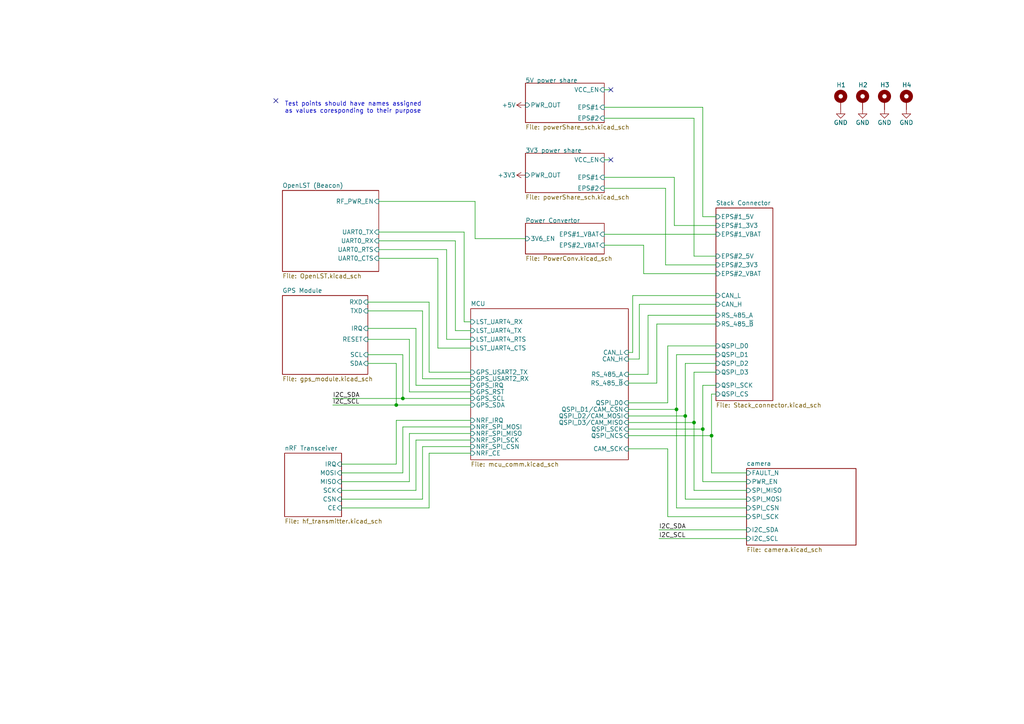
<source format=kicad_sch>
(kicad_sch (version 20211123) (generator eeschema)

  (uuid b0365847-75b4-4551-b23a-00058264c694)

  (paper "A4")

  (title_block
    (title "BUTCube - Communication Module")
    (date "2021-11-18")
    (rev "v0.2")
    (company "VUT - FIT(STRaDe) & FME(IAE & IPE)")
    (comment 1 "Author: Štěpán Rydlo")
  )

  (lib_symbols
    (symbol "Mechanical:MountingHole_Pad" (pin_numbers hide) (pin_names (offset 1.016) hide) (in_bom yes) (on_board yes)
      (property "Reference" "H" (id 0) (at 0 6.35 0)
        (effects (font (size 1.27 1.27)))
      )
      (property "Value" "MountingHole_Pad" (id 1) (at 0 4.445 0)
        (effects (font (size 1.27 1.27)))
      )
      (property "Footprint" "" (id 2) (at 0 0 0)
        (effects (font (size 1.27 1.27)) hide)
      )
      (property "Datasheet" "~" (id 3) (at 0 0 0)
        (effects (font (size 1.27 1.27)) hide)
      )
      (property "ki_keywords" "mounting hole" (id 4) (at 0 0 0)
        (effects (font (size 1.27 1.27)) hide)
      )
      (property "ki_description" "Mounting Hole with connection" (id 5) (at 0 0 0)
        (effects (font (size 1.27 1.27)) hide)
      )
      (property "ki_fp_filters" "MountingHole*Pad*" (id 6) (at 0 0 0)
        (effects (font (size 1.27 1.27)) hide)
      )
      (symbol "MountingHole_Pad_0_1"
        (circle (center 0 1.27) (radius 1.27)
          (stroke (width 1.27) (type default) (color 0 0 0 0))
          (fill (type none))
        )
      )
      (symbol "MountingHole_Pad_1_1"
        (pin input line (at 0 -2.54 90) (length 2.54)
          (name "1" (effects (font (size 1.27 1.27))))
          (number "1" (effects (font (size 1.27 1.27))))
        )
      )
    )
    (symbol "power:+3V3" (power) (pin_names (offset 0)) (in_bom yes) (on_board yes)
      (property "Reference" "#PWR" (id 0) (at 0 -3.81 0)
        (effects (font (size 1.27 1.27)) hide)
      )
      (property "Value" "+3V3" (id 1) (at 0 3.556 0)
        (effects (font (size 1.27 1.27)))
      )
      (property "Footprint" "" (id 2) (at 0 0 0)
        (effects (font (size 1.27 1.27)) hide)
      )
      (property "Datasheet" "" (id 3) (at 0 0 0)
        (effects (font (size 1.27 1.27)) hide)
      )
      (property "ki_keywords" "power-flag" (id 4) (at 0 0 0)
        (effects (font (size 1.27 1.27)) hide)
      )
      (property "ki_description" "Power symbol creates a global label with name \"+3V3\"" (id 5) (at 0 0 0)
        (effects (font (size 1.27 1.27)) hide)
      )
      (symbol "+3V3_0_1"
        (polyline
          (pts
            (xy -0.762 1.27)
            (xy 0 2.54)
          )
          (stroke (width 0) (type default) (color 0 0 0 0))
          (fill (type none))
        )
        (polyline
          (pts
            (xy 0 0)
            (xy 0 2.54)
          )
          (stroke (width 0) (type default) (color 0 0 0 0))
          (fill (type none))
        )
        (polyline
          (pts
            (xy 0 2.54)
            (xy 0.762 1.27)
          )
          (stroke (width 0) (type default) (color 0 0 0 0))
          (fill (type none))
        )
      )
      (symbol "+3V3_1_1"
        (pin power_in line (at 0 0 90) (length 0) hide
          (name "+3V3" (effects (font (size 1.27 1.27))))
          (number "1" (effects (font (size 1.27 1.27))))
        )
      )
    )
    (symbol "power:+5V" (power) (pin_names (offset 0)) (in_bom yes) (on_board yes)
      (property "Reference" "#PWR" (id 0) (at 0 -3.81 0)
        (effects (font (size 1.27 1.27)) hide)
      )
      (property "Value" "+5V" (id 1) (at 0 3.556 0)
        (effects (font (size 1.27 1.27)))
      )
      (property "Footprint" "" (id 2) (at 0 0 0)
        (effects (font (size 1.27 1.27)) hide)
      )
      (property "Datasheet" "" (id 3) (at 0 0 0)
        (effects (font (size 1.27 1.27)) hide)
      )
      (property "ki_keywords" "power-flag" (id 4) (at 0 0 0)
        (effects (font (size 1.27 1.27)) hide)
      )
      (property "ki_description" "Power symbol creates a global label with name \"+5V\"" (id 5) (at 0 0 0)
        (effects (font (size 1.27 1.27)) hide)
      )
      (symbol "+5V_0_1"
        (polyline
          (pts
            (xy -0.762 1.27)
            (xy 0 2.54)
          )
          (stroke (width 0) (type default) (color 0 0 0 0))
          (fill (type none))
        )
        (polyline
          (pts
            (xy 0 0)
            (xy 0 2.54)
          )
          (stroke (width 0) (type default) (color 0 0 0 0))
          (fill (type none))
        )
        (polyline
          (pts
            (xy 0 2.54)
            (xy 0.762 1.27)
          )
          (stroke (width 0) (type default) (color 0 0 0 0))
          (fill (type none))
        )
      )
      (symbol "+5V_1_1"
        (pin power_in line (at 0 0 90) (length 0) hide
          (name "+5V" (effects (font (size 1.27 1.27))))
          (number "1" (effects (font (size 1.27 1.27))))
        )
      )
    )
    (symbol "power:GND" (power) (pin_names (offset 0)) (in_bom yes) (on_board yes)
      (property "Reference" "#PWR" (id 0) (at 0 -6.35 0)
        (effects (font (size 1.27 1.27)) hide)
      )
      (property "Value" "GND" (id 1) (at 0 -3.81 0)
        (effects (font (size 1.27 1.27)))
      )
      (property "Footprint" "" (id 2) (at 0 0 0)
        (effects (font (size 1.27 1.27)) hide)
      )
      (property "Datasheet" "" (id 3) (at 0 0 0)
        (effects (font (size 1.27 1.27)) hide)
      )
      (property "ki_keywords" "power-flag" (id 4) (at 0 0 0)
        (effects (font (size 1.27 1.27)) hide)
      )
      (property "ki_description" "Power symbol creates a global label with name \"GND\" , ground" (id 5) (at 0 0 0)
        (effects (font (size 1.27 1.27)) hide)
      )
      (symbol "GND_0_1"
        (polyline
          (pts
            (xy 0 0)
            (xy 0 -1.27)
            (xy 1.27 -1.27)
            (xy 0 -2.54)
            (xy -1.27 -1.27)
            (xy 0 -1.27)
          )
          (stroke (width 0) (type default) (color 0 0 0 0))
          (fill (type none))
        )
      )
      (symbol "GND_1_1"
        (pin power_in line (at 0 0 270) (length 0) hide
          (name "GND" (effects (font (size 1.27 1.27))))
          (number "1" (effects (font (size 1.27 1.27))))
        )
      )
    )
  )

  (junction (at 201.295 122.555) (diameter 0) (color 0 0 0 0)
    (uuid 0148de41-30de-4a68-9e10-0a21c030e1f5)
  )
  (junction (at 198.755 120.65) (diameter 0) (color 0 0 0 0)
    (uuid 50b17ebb-b6ff-4301-b2eb-d76b1ec1b8f3)
  )
  (junction (at 206.375 126.365) (diameter 0) (color 0 0 0 0)
    (uuid 76d42ae8-4602-4e0d-8862-7b144bedc866)
  )
  (junction (at 114.935 117.475) (diameter 0) (color 0 0 0 0)
    (uuid b258f332-8f02-458b-bfab-05c86bee27e1)
  )
  (junction (at 196.215 118.745) (diameter 0) (color 0 0 0 0)
    (uuid b74e41dd-f508-4a56-b652-a86b1e5bbf28)
  )
  (junction (at 116.84 115.57) (diameter 0) (color 0 0 0 0)
    (uuid b7a10ced-ba66-49fb-882a-9c57602ff4bb)
  )
  (junction (at 203.835 124.46) (diameter 0) (color 0 0 0 0)
    (uuid ec71fced-d505-4a0f-ab7b-347c5f7d000f)
  )

  (no_connect (at 177.165 26.035) (uuid 7e972abc-b5e4-472d-bdf2-6b4a037b5ed8))
  (no_connect (at 177.165 46.355) (uuid e0388f35-d78d-4cd2-8090-2431e4757c80))
  (no_connect (at 80.01 29.21) (uuid e9bcfbc0-d836-4a0d-8574-c59d32b46636))

  (wire (pts (xy 118.745 125.73) (xy 118.745 139.7))
    (stroke (width 0) (type solid) (color 0 0 0 0))
    (uuid 011a88a9-9744-4fd6-b207-a0b1d1b4813c)
  )
  (wire (pts (xy 99.06 139.7) (xy 118.745 139.7))
    (stroke (width 0) (type solid) (color 0 0 0 0))
    (uuid 011a88a9-9744-4fd6-b207-a0b1d1b4813d)
  )
  (wire (pts (xy 136.525 125.73) (xy 118.745 125.73))
    (stroke (width 0) (type solid) (color 0 0 0 0))
    (uuid 011a88a9-9744-4fd6-b207-a0b1d1b4813e)
  )
  (wire (pts (xy 106.68 102.87) (xy 116.84 102.87))
    (stroke (width 0) (type default) (color 0 0 0 0))
    (uuid 0307af29-9986-4534-a9c5-20dedce00450)
  )
  (wire (pts (xy 114.935 105.41) (xy 114.935 117.475))
    (stroke (width 0) (type solid) (color 0 0 0 0))
    (uuid 03f3e314-0df1-47ee-9322-0bf8c1f8bb78)
  )
  (wire (pts (xy 114.935 117.475) (xy 136.525 117.475))
    (stroke (width 0) (type solid) (color 0 0 0 0))
    (uuid 03f3e314-0df1-47ee-9322-0bf8c1f8bb79)
  )
  (wire (pts (xy 216.535 139.7) (xy 203.835 139.7))
    (stroke (width 0) (type default) (color 0 0 0 0))
    (uuid 07a0605b-3098-4d92-a048-0175a82f47ed)
  )
  (wire (pts (xy 193.675 149.86) (xy 216.535 149.86))
    (stroke (width 0) (type default) (color 0 0 0 0))
    (uuid 0cacba46-f89b-4577-b9c3-d3fa321fbb16)
  )
  (wire (pts (xy 109.855 58.42) (xy 137.795 58.42))
    (stroke (width 0) (type solid) (color 0 0 0 0))
    (uuid 119e5295-a85a-4431-93d3-910b4d5d9b25)
  )
  (wire (pts (xy 137.795 69.215) (xy 137.795 58.42))
    (stroke (width 0) (type solid) (color 0 0 0 0))
    (uuid 119e5295-a85a-4431-93d3-910b4d5d9b26)
  )
  (wire (pts (xy 152.4 69.215) (xy 137.795 69.215))
    (stroke (width 0) (type solid) (color 0 0 0 0))
    (uuid 119e5295-a85a-4431-93d3-910b4d5d9b27)
  )
  (wire (pts (xy 183.515 85.725) (xy 183.515 102.235))
    (stroke (width 0) (type default) (color 0 0 0 0))
    (uuid 19ca5c30-51d7-407f-8f6b-5abda8df4b96)
  )
  (wire (pts (xy 207.645 114.3) (xy 206.375 114.3))
    (stroke (width 0) (type solid) (color 0 0 0 0))
    (uuid 1e51b69e-e95b-4803-8634-846cfedd19f2)
  )
  (wire (pts (xy 124.46 87.63) (xy 106.68 87.63))
    (stroke (width 0) (type solid) (color 0 0 0 0))
    (uuid 24ff1e70-fa93-4e3d-bc6c-90bd75dd4dbd)
  )
  (wire (pts (xy 124.46 107.95) (xy 124.46 87.63))
    (stroke (width 0) (type solid) (color 0 0 0 0))
    (uuid 24ff1e70-fa93-4e3d-bc6c-90bd75dd4dbe)
  )
  (wire (pts (xy 136.525 107.95) (xy 124.46 107.95))
    (stroke (width 0) (type solid) (color 0 0 0 0))
    (uuid 24ff1e70-fa93-4e3d-bc6c-90bd75dd4dbf)
  )
  (wire (pts (xy 116.84 115.57) (xy 116.84 102.87))
    (stroke (width 0) (type solid) (color 0 0 0 0))
    (uuid 27196cbf-5d81-46de-9c34-31e8240d1e26)
  )
  (wire (pts (xy 136.525 115.57) (xy 116.84 115.57))
    (stroke (width 0) (type solid) (color 0 0 0 0))
    (uuid 27196cbf-5d81-46de-9c34-31e8240d1e27)
  )
  (wire (pts (xy 109.855 69.85) (xy 132.08 69.85))
    (stroke (width 0) (type solid) (color 0 0 0 0))
    (uuid 27fefa93-155a-45a7-ba25-f32e809ec969)
  )
  (wire (pts (xy 132.08 69.85) (xy 132.08 95.885))
    (stroke (width 0) (type solid) (color 0 0 0 0))
    (uuid 27fefa93-155a-45a7-ba25-f32e809ec96a)
  )
  (wire (pts (xy 132.08 95.885) (xy 136.525 95.885))
    (stroke (width 0) (type solid) (color 0 0 0 0))
    (uuid 27fefa93-155a-45a7-ba25-f32e809ec96b)
  )
  (wire (pts (xy 109.855 74.93) (xy 127 74.93))
    (stroke (width 0) (type solid) (color 0 0 0 0))
    (uuid 2c4e0d6b-b9fe-43a8-bf65-f8acd4ba16f1)
  )
  (wire (pts (xy 127 74.93) (xy 127 100.965))
    (stroke (width 0) (type solid) (color 0 0 0 0))
    (uuid 2c4e0d6b-b9fe-43a8-bf65-f8acd4ba16f2)
  )
  (wire (pts (xy 127 100.965) (xy 136.525 100.965))
    (stroke (width 0) (type solid) (color 0 0 0 0))
    (uuid 2c4e0d6b-b9fe-43a8-bf65-f8acd4ba16f3)
  )
  (wire (pts (xy 114.935 121.92) (xy 136.525 121.92))
    (stroke (width 0) (type default) (color 0 0 0 0))
    (uuid 2fadf9a1-f8fa-414c-814c-1807e984bcbb)
  )
  (wire (pts (xy 182.245 118.745) (xy 196.215 118.745))
    (stroke (width 0) (type default) (color 0 0 0 0))
    (uuid 3153e937-42d1-48f4-aa7b-ab5a09b52018)
  )
  (wire (pts (xy 203.835 111.76) (xy 207.645 111.76))
    (stroke (width 0) (type solid) (color 0 0 0 0))
    (uuid 3229c0a7-4e4a-4894-9bab-8ba21756b086)
  )
  (wire (pts (xy 203.835 124.46) (xy 203.835 111.76))
    (stroke (width 0) (type solid) (color 0 0 0 0))
    (uuid 3229c0a7-4e4a-4894-9bab-8ba21756b087)
  )
  (wire (pts (xy 190.5 93.98) (xy 207.645 93.98))
    (stroke (width 0) (type solid) (color 0 0 0 0))
    (uuid 3bfdb1ac-54e7-4a65-a7ad-02d4f6f9ce72)
  )
  (wire (pts (xy 190.5 111.125) (xy 190.5 93.98))
    (stroke (width 0) (type solid) (color 0 0 0 0))
    (uuid 3bfdb1ac-54e7-4a65-a7ad-02d4f6f9ce73)
  )
  (wire (pts (xy 201.295 34.29) (xy 175.26 34.29))
    (stroke (width 0) (type solid) (color 0 0 0 0))
    (uuid 523d2adc-9f89-479e-9438-442927bda6e3)
  )
  (wire (pts (xy 201.295 74.295) (xy 201.295 34.29))
    (stroke (width 0) (type solid) (color 0 0 0 0))
    (uuid 523d2adc-9f89-479e-9438-442927bda6e4)
  )
  (wire (pts (xy 114.935 134.62) (xy 114.935 121.92))
    (stroke (width 0) (type default) (color 0 0 0 0))
    (uuid 5555ea5b-9813-4011-82a4-8d6a7a8ab58e)
  )
  (wire (pts (xy 175.26 67.945) (xy 207.645 67.945))
    (stroke (width 0) (type solid) (color 0 0 0 0))
    (uuid 596b2192-9feb-4e0d-8b3d-9cb36b6dd61f)
  )
  (wire (pts (xy 122.555 129.54) (xy 122.555 144.78))
    (stroke (width 0) (type solid) (color 0 0 0 0))
    (uuid 5e7d2214-c754-498d-9d8e-753be2785ad3)
  )
  (wire (pts (xy 99.06 144.78) (xy 122.555 144.78))
    (stroke (width 0) (type solid) (color 0 0 0 0))
    (uuid 5e7d2214-c754-498d-9d8e-753be2785ad4)
  )
  (wire (pts (xy 136.525 129.54) (xy 122.555 129.54))
    (stroke (width 0) (type solid) (color 0 0 0 0))
    (uuid 5e7d2214-c754-498d-9d8e-753be2785ad5)
  )
  (wire (pts (xy 106.68 90.17) (xy 122.555 90.17))
    (stroke (width 0) (type solid) (color 0 0 0 0))
    (uuid 604a2be0-2ac6-4bac-8404-91b1a61925d0)
  )
  (wire (pts (xy 122.555 90.17) (xy 122.555 109.855))
    (stroke (width 0) (type solid) (color 0 0 0 0))
    (uuid 604a2be0-2ac6-4bac-8404-91b1a61925d1)
  )
  (wire (pts (xy 122.555 109.855) (xy 136.525 109.855))
    (stroke (width 0) (type solid) (color 0 0 0 0))
    (uuid 604a2be0-2ac6-4bac-8404-91b1a61925d2)
  )
  (wire (pts (xy 193.04 54.61) (xy 175.26 54.61))
    (stroke (width 0) (type solid) (color 0 0 0 0))
    (uuid 620f3ec6-899c-4c8c-a5c5-20605c7f0f44)
  )
  (wire (pts (xy 193.04 76.835) (xy 193.04 54.61))
    (stroke (width 0) (type solid) (color 0 0 0 0))
    (uuid 620f3ec6-899c-4c8c-a5c5-20605c7f0f45)
  )
  (wire (pts (xy 207.645 76.835) (xy 193.04 76.835))
    (stroke (width 0) (type solid) (color 0 0 0 0))
    (uuid 620f3ec6-899c-4c8c-a5c5-20605c7f0f46)
  )
  (wire (pts (xy 206.375 114.3) (xy 206.375 126.365))
    (stroke (width 0) (type solid) (color 0 0 0 0))
    (uuid 626db29b-b8f5-4340-8f5a-56eb4fa25e4b)
  )
  (wire (pts (xy 201.295 142.24) (xy 201.295 122.555))
    (stroke (width 0) (type default) (color 0 0 0 0))
    (uuid 65ee83e4-4047-4443-85f4-e0e4ac612a8b)
  )
  (wire (pts (xy 182.245 124.46) (xy 203.835 124.46))
    (stroke (width 0) (type default) (color 0 0 0 0))
    (uuid 6607fa26-864b-4717-a706-f3bea0d53a16)
  )
  (wire (pts (xy 216.535 142.24) (xy 201.295 142.24))
    (stroke (width 0) (type default) (color 0 0 0 0))
    (uuid 6e538ab5-8e9f-4072-ab6d-df2c8e32870a)
  )
  (wire (pts (xy 201.295 107.95) (xy 201.295 122.555))
    (stroke (width 0) (type solid) (color 0 0 0 0))
    (uuid 6f0729de-8866-47bf-bd4d-747c49d46fb7)
  )
  (wire (pts (xy 182.245 120.65) (xy 198.755 120.65))
    (stroke (width 0) (type default) (color 0 0 0 0))
    (uuid 7160ab2c-a11b-4dfe-bd18-0873d5ebe8ea)
  )
  (wire (pts (xy 120.65 95.25) (xy 106.68 95.25))
    (stroke (width 0) (type solid) (color 0 0 0 0))
    (uuid 729ad21a-4893-4e4a-b8e6-c312fabafa49)
  )
  (wire (pts (xy 120.65 111.76) (xy 120.65 95.25))
    (stroke (width 0) (type solid) (color 0 0 0 0))
    (uuid 729ad21a-4893-4e4a-b8e6-c312fabafa4a)
  )
  (wire (pts (xy 136.525 111.76) (xy 120.65 111.76))
    (stroke (width 0) (type solid) (color 0 0 0 0))
    (uuid 729ad21a-4893-4e4a-b8e6-c312fabafa4b)
  )
  (wire (pts (xy 198.755 120.65) (xy 198.755 144.78))
    (stroke (width 0) (type default) (color 0 0 0 0))
    (uuid 768b12c6-4a3d-4534-87ab-572271df4a49)
  )
  (wire (pts (xy 106.68 98.425) (xy 118.745 98.425))
    (stroke (width 0) (type solid) (color 0 0 0 0))
    (uuid 773b6ee7-5ff4-4dbf-a8da-ef686944ecb8)
  )
  (wire (pts (xy 118.745 98.425) (xy 118.745 113.665))
    (stroke (width 0) (type solid) (color 0 0 0 0))
    (uuid 773b6ee7-5ff4-4dbf-a8da-ef686944ecb9)
  )
  (wire (pts (xy 118.745 113.665) (xy 136.525 113.665))
    (stroke (width 0) (type solid) (color 0 0 0 0))
    (uuid 773b6ee7-5ff4-4dbf-a8da-ef686944ecba)
  )
  (wire (pts (xy 96.52 115.57) (xy 116.84 115.57))
    (stroke (width 0) (type default) (color 0 0 0 0))
    (uuid 7afa486a-0e56-4172-8f24-626e1708aeb0)
  )
  (wire (pts (xy 186.69 71.12) (xy 175.26 71.12))
    (stroke (width 0) (type solid) (color 0 0 0 0))
    (uuid 7b501068-0c00-4ddb-a558-76010e38bc7b)
  )
  (wire (pts (xy 186.69 79.375) (xy 186.69 71.12))
    (stroke (width 0) (type solid) (color 0 0 0 0))
    (uuid 7b501068-0c00-4ddb-a558-76010e38bc7c)
  )
  (wire (pts (xy 207.645 79.375) (xy 186.69 79.375))
    (stroke (width 0) (type solid) (color 0 0 0 0))
    (uuid 7b501068-0c00-4ddb-a558-76010e38bc7d)
  )
  (wire (pts (xy 99.06 142.24) (xy 120.65 142.24))
    (stroke (width 0) (type default) (color 0 0 0 0))
    (uuid 7b83276f-f462-4514-95ff-1223c1639903)
  )
  (wire (pts (xy 185.42 88.265) (xy 207.645 88.265))
    (stroke (width 0) (type solid) (color 0 0 0 0))
    (uuid 7f1e3549-75cf-4150-b904-bf03cd89dafc)
  )
  (wire (pts (xy 185.42 104.14) (xy 185.42 88.265))
    (stroke (width 0) (type solid) (color 0 0 0 0))
    (uuid 7f1e3549-75cf-4150-b904-bf03cd89dafd)
  )
  (wire (pts (xy 182.245 108.585) (xy 187.96 108.585))
    (stroke (width 0) (type default) (color 0 0 0 0))
    (uuid 7f7b9f75-540d-42c0-bb4c-31a32d065abb)
  )
  (wire (pts (xy 182.245 116.84) (xy 193.675 116.84))
    (stroke (width 0) (type default) (color 0 0 0 0))
    (uuid 8680339f-bb5d-417a-ac35-e5da4a9ef53c)
  )
  (wire (pts (xy 206.375 137.16) (xy 206.375 126.365))
    (stroke (width 0) (type default) (color 0 0 0 0))
    (uuid 897b62dd-396f-4905-a4a9-d8e6c7b10940)
  )
  (wire (pts (xy 203.835 124.46) (xy 203.835 139.7))
    (stroke (width 0) (type default) (color 0 0 0 0))
    (uuid 8b0a1459-9ad6-4ee3-8869-a790e482f74b)
  )
  (wire (pts (xy 114.935 117.475) (xy 96.52 117.475))
    (stroke (width 0) (type default) (color 0 0 0 0))
    (uuid 8ed82999-bbf5-4735-9368-219af62c12cd)
  )
  (wire (pts (xy 187.96 91.44) (xy 207.645 91.44))
    (stroke (width 0) (type solid) (color 0 0 0 0))
    (uuid 9300f528-e2fb-4fa4-9f23-b694fa418e2d)
  )
  (wire (pts (xy 187.96 108.585) (xy 187.96 91.44))
    (stroke (width 0) (type solid) (color 0 0 0 0))
    (uuid 9300f528-e2fb-4fa4-9f23-b694fa418e2e)
  )
  (wire (pts (xy 182.245 130.175) (xy 193.675 130.175))
    (stroke (width 0) (type default) (color 0 0 0 0))
    (uuid a335a4b7-e15c-4a20-9a4f-0618266f57c2)
  )
  (wire (pts (xy 177.165 26.035) (xy 175.26 26.035))
    (stroke (width 0) (type solid) (color 0 0 0 0))
    (uuid a84e3f86-a6be-46ba-b435-83fe9ebfbe14)
  )
  (wire (pts (xy 120.65 127.635) (xy 136.525 127.635))
    (stroke (width 0) (type default) (color 0 0 0 0))
    (uuid ac677f01-af64-41d7-b6fa-28593b218a9f)
  )
  (wire (pts (xy 177.165 46.355) (xy 175.26 46.355))
    (stroke (width 0) (type solid) (color 0 0 0 0))
    (uuid ad7c2512-9a9a-4635-9511-22bf0c56aa36)
  )
  (wire (pts (xy 193.675 130.175) (xy 193.675 149.86))
    (stroke (width 0) (type default) (color 0 0 0 0))
    (uuid af081394-9136-408e-a7be-4427fa7f7ab1)
  )
  (wire (pts (xy 216.535 137.16) (xy 206.375 137.16))
    (stroke (width 0) (type default) (color 0 0 0 0))
    (uuid b1a906ed-d994-497e-95c5-bce919c8badf)
  )
  (wire (pts (xy 182.245 122.555) (xy 201.295 122.555))
    (stroke (width 0) (type default) (color 0 0 0 0))
    (uuid b1cd133d-0d2c-4797-aa77-d786bb1f07ee)
  )
  (wire (pts (xy 182.245 126.365) (xy 206.375 126.365))
    (stroke (width 0) (type default) (color 0 0 0 0))
    (uuid b49308a3-e4b7-44ef-9568-7c07e7ae3b7a)
  )
  (wire (pts (xy 106.68 105.41) (xy 114.935 105.41))
    (stroke (width 0) (type default) (color 0 0 0 0))
    (uuid b7482f4c-5bd2-4787-9a12-5fde9bdc529a)
  )
  (wire (pts (xy 196.215 102.87) (xy 196.215 118.745))
    (stroke (width 0) (type solid) (color 0 0 0 0))
    (uuid c0d704ee-7d4c-4ec6-ad40-0c8f0c4822d0)
  )
  (wire (pts (xy 196.215 118.745) (xy 196.215 147.32))
    (stroke (width 0) (type default) (color 0 0 0 0))
    (uuid c1dd163c-2e20-4175-b905-e2869d2e026a)
  )
  (wire (pts (xy 129.54 72.39) (xy 109.855 72.39))
    (stroke (width 0) (type solid) (color 0 0 0 0))
    (uuid c387e3d0-716f-41bc-b8af-31cacb425d6b)
  )
  (wire (pts (xy 129.54 98.425) (xy 129.54 72.39))
    (stroke (width 0) (type solid) (color 0 0 0 0))
    (uuid c387e3d0-716f-41bc-b8af-31cacb425d6c)
  )
  (wire (pts (xy 136.525 98.425) (xy 129.54 98.425))
    (stroke (width 0) (type solid) (color 0 0 0 0))
    (uuid c387e3d0-716f-41bc-b8af-31cacb425d6d)
  )
  (wire (pts (xy 120.65 127.635) (xy 120.65 142.24))
    (stroke (width 0) (type default) (color 0 0 0 0))
    (uuid c784258b-3e4a-4a7d-9c85-881448061401)
  )
  (wire (pts (xy 203.835 62.865) (xy 207.645 62.865))
    (stroke (width 0) (type solid) (color 0 0 0 0))
    (uuid cbb34dc9-415e-4b82-b195-eaf9cab80c9c)
  )
  (wire (pts (xy 196.215 147.32) (xy 216.535 147.32))
    (stroke (width 0) (type default) (color 0 0 0 0))
    (uuid ce6a71ed-3c35-4370-9bc6-81a250a314e0)
  )
  (wire (pts (xy 116.84 123.825) (xy 116.84 137.16))
    (stroke (width 0) (type solid) (color 0 0 0 0))
    (uuid ce79c2a4-e3da-476c-b1f0-932a2b5ffd56)
  )
  (wire (pts (xy 99.06 137.16) (xy 116.84 137.16))
    (stroke (width 0) (type solid) (color 0 0 0 0))
    (uuid ce79c2a4-e3da-476c-b1f0-932a2b5ffd57)
  )
  (wire (pts (xy 136.525 123.825) (xy 116.84 123.825))
    (stroke (width 0) (type solid) (color 0 0 0 0))
    (uuid ce79c2a4-e3da-476c-b1f0-932a2b5ffd58)
  )
  (wire (pts (xy 191.135 156.21) (xy 216.535 156.21))
    (stroke (width 0) (type default) (color 0 0 0 0))
    (uuid d81f8a9a-6b13-4b92-a3cb-feceaa20e481)
  )
  (wire (pts (xy 182.245 102.235) (xy 183.515 102.235))
    (stroke (width 0) (type default) (color 0 0 0 0))
    (uuid dd9ab887-e874-4882-89da-07a6c20efd79)
  )
  (wire (pts (xy 195.58 51.435) (xy 175.26 51.435))
    (stroke (width 0) (type solid) (color 0 0 0 0))
    (uuid de0cce16-7ffe-48d0-a744-be2528b24064)
  )
  (wire (pts (xy 195.58 65.405) (xy 195.58 51.435))
    (stroke (width 0) (type solid) (color 0 0 0 0))
    (uuid de0cce16-7ffe-48d0-a744-be2528b24065)
  )
  (wire (pts (xy 207.645 65.405) (xy 195.58 65.405))
    (stroke (width 0) (type solid) (color 0 0 0 0))
    (uuid de0cce16-7ffe-48d0-a744-be2528b24066)
  )
  (wire (pts (xy 198.755 144.78) (xy 216.535 144.78))
    (stroke (width 0) (type default) (color 0 0 0 0))
    (uuid dffb3859-81d8-43ac-87d2-8c5e00d5f308)
  )
  (wire (pts (xy 207.645 102.87) (xy 196.215 102.87))
    (stroke (width 0) (type solid) (color 0 0 0 0))
    (uuid e0481b58-2b73-4702-a5cb-5f04f5773190)
  )
  (wire (pts (xy 207.645 107.95) (xy 201.295 107.95))
    (stroke (width 0) (type solid) (color 0 0 0 0))
    (uuid e0aef600-a5d5-4558-86a6-916223e9d43a)
  )
  (wire (pts (xy 99.06 134.62) (xy 114.935 134.62))
    (stroke (width 0) (type default) (color 0 0 0 0))
    (uuid e417ce78-eb2b-4973-ac18-72890bc68cdc)
  )
  (wire (pts (xy 193.675 100.33) (xy 207.645 100.33))
    (stroke (width 0) (type solid) (color 0 0 0 0))
    (uuid e758f2be-8b19-41d0-94eb-cd21598edccc)
  )
  (wire (pts (xy 193.675 116.84) (xy 193.675 100.33))
    (stroke (width 0) (type solid) (color 0 0 0 0))
    (uuid e758f2be-8b19-41d0-94eb-cd21598edccd)
  )
  (wire (pts (xy 191.135 153.67) (xy 216.535 153.67))
    (stroke (width 0) (type default) (color 0 0 0 0))
    (uuid e8f4d1c0-d9c9-425b-bd2c-7ad5392bad38)
  )
  (wire (pts (xy 203.835 31.115) (xy 175.26 31.115))
    (stroke (width 0) (type solid) (color 0 0 0 0))
    (uuid e91768f6-08d5-4908-bd21-c231a3135528)
  )
  (wire (pts (xy 203.835 62.865) (xy 203.835 31.115))
    (stroke (width 0) (type solid) (color 0 0 0 0))
    (uuid e91768f6-08d5-4908-bd21-c231a3135529)
  )
  (wire (pts (xy 124.46 131.445) (xy 124.46 147.32))
    (stroke (width 0) (type solid) (color 0 0 0 0))
    (uuid ecadd32c-a6ff-4607-bcf4-bb0ee939f3f6)
  )
  (wire (pts (xy 99.06 147.32) (xy 124.46 147.32))
    (stroke (width 0) (type solid) (color 0 0 0 0))
    (uuid ecadd32c-a6ff-4607-bcf4-bb0ee939f3f7)
  )
  (wire (pts (xy 136.525 131.445) (xy 124.46 131.445))
    (stroke (width 0) (type solid) (color 0 0 0 0))
    (uuid ecadd32c-a6ff-4607-bcf4-bb0ee939f3f8)
  )
  (wire (pts (xy 201.295 74.295) (xy 207.645 74.295))
    (stroke (width 0) (type solid) (color 0 0 0 0))
    (uuid edd5ca1a-ab30-4313-9ddd-b7069f03afe0)
  )
  (wire (pts (xy 134.62 67.31) (xy 109.855 67.31))
    (stroke (width 0) (type solid) (color 0 0 0 0))
    (uuid f140d70a-40de-49b5-a8b8-ebd9531379b0)
  )
  (wire (pts (xy 134.62 93.345) (xy 134.62 67.31))
    (stroke (width 0) (type solid) (color 0 0 0 0))
    (uuid f140d70a-40de-49b5-a8b8-ebd9531379b1)
  )
  (wire (pts (xy 136.525 93.345) (xy 134.62 93.345))
    (stroke (width 0) (type solid) (color 0 0 0 0))
    (uuid f140d70a-40de-49b5-a8b8-ebd9531379b2)
  )
  (wire (pts (xy 198.755 105.41) (xy 207.645 105.41))
    (stroke (width 0) (type solid) (color 0 0 0 0))
    (uuid f2c36559-94b2-45b4-ae0e-27748f7dff8e)
  )
  (wire (pts (xy 198.755 120.65) (xy 198.755 105.41))
    (stroke (width 0) (type solid) (color 0 0 0 0))
    (uuid f2c36559-94b2-45b4-ae0e-27748f7dff8f)
  )
  (wire (pts (xy 182.245 111.125) (xy 190.5 111.125))
    (stroke (width 0) (type default) (color 0 0 0 0))
    (uuid f96395b7-7802-481a-82a4-1382daa8e45b)
  )
  (wire (pts (xy 182.245 104.14) (xy 185.42 104.14))
    (stroke (width 0) (type default) (color 0 0 0 0))
    (uuid feec861b-a0a8-426a-9539-26f3d3930030)
  )
  (wire (pts (xy 183.515 85.725) (xy 207.645 85.725))
    (stroke (width 0) (type solid) (color 0 0 0 0))
    (uuid ffa680a2-d226-43c1-a4d4-7a2d9cef0467)
  )

  (text "Test points should have names assigned\nas values coresponding to their purpose"
    (at 82.55 33.02 0)
    (effects (font (size 1.27 1.27)) (justify left bottom))
    (uuid 46c8c9fa-d5b6-4418-93a2-c36120b23bc7)
  )

  (label "I2C_SCL" (at 96.52 117.475 0)
    (effects (font (size 1.27 1.27)) (justify left bottom))
    (uuid 207f2905-5ca1-4b43-8539-f4687aa1d572)
  )
  (label "I2C_SCL" (at 191.135 156.21 0)
    (effects (font (size 1.27 1.27)) (justify left bottom))
    (uuid 463704cb-501e-4230-aa5c-8c993ee7d28d)
  )
  (label "I2C_SDA" (at 96.52 115.57 0)
    (effects (font (size 1.27 1.27)) (justify left bottom))
    (uuid 5dc89024-04f8-4b2e-8172-585052f51b7e)
  )
  (label "I2C_SDA" (at 191.135 153.67 0)
    (effects (font (size 1.27 1.27)) (justify left bottom))
    (uuid 5e78fcde-3273-4b2a-8cbf-c4703169edf7)
  )

  (symbol (lib_id "power:GND") (at 256.54 31.75 0) (unit 1)
    (in_bom yes) (on_board yes) (fields_autoplaced)
    (uuid 017f429e-cd7c-406c-a4a1-7fe7736ce613)
    (property "Reference" "#PWR04" (id 0) (at 256.54 38.1 0)
      (effects (font (size 1.27 1.27)) hide)
    )
    (property "Value" "GND" (id 1) (at 256.54 35.56 0))
    (property "Footprint" "" (id 2) (at 256.54 31.75 0)
      (effects (font (size 1.27 1.27)) hide)
    )
    (property "Datasheet" "" (id 3) (at 256.54 31.75 0)
      (effects (font (size 1.27 1.27)) hide)
    )
    (pin "1" (uuid ec1b84ce-53f7-456b-9eb8-5850e06a3e20))
  )

  (symbol (lib_id "Mechanical:MountingHole_Pad") (at 243.84 29.21 0) (unit 1)
    (in_bom yes) (on_board yes)
    (uuid 0381fb4d-59d0-4589-bc53-b07b95675866)
    (property "Reference" "H1" (id 0) (at 242.57 24.6379 0)
      (effects (font (size 1.27 1.27)) (justify left))
    )
    (property "Value" "MountingHole_Pad" (id 1) (at 243.84 24.765 0)
      (effects (font (size 1.27 1.27)) hide)
    )
    (property "Footprint" "MountingHole:MountingHole_3.2mm_M3_Pad_Via" (id 2) (at 243.84 29.21 0)
      (effects (font (size 1.27 1.27)) hide)
    )
    (property "Datasheet" "~" (id 3) (at 243.84 29.21 0)
      (effects (font (size 1.27 1.27)) hide)
    )
    (pin "1" (uuid 5c65717e-0df2-486c-9e21-7f4b500dd028))
  )

  (symbol (lib_id "power:GND") (at 262.89 31.75 0) (unit 1)
    (in_bom yes) (on_board yes) (fields_autoplaced)
    (uuid 19cc25fc-16a5-4446-a630-649c943c56e7)
    (property "Reference" "#PWR05" (id 0) (at 262.89 38.1 0)
      (effects (font (size 1.27 1.27)) hide)
    )
    (property "Value" "GND" (id 1) (at 262.89 35.56 0))
    (property "Footprint" "" (id 2) (at 262.89 31.75 0)
      (effects (font (size 1.27 1.27)) hide)
    )
    (property "Datasheet" "" (id 3) (at 262.89 31.75 0)
      (effects (font (size 1.27 1.27)) hide)
    )
    (pin "1" (uuid 4a24e754-4011-4a52-956b-6fa57cc5eec2))
  )

  (symbol (lib_id "power:GND") (at 250.19 31.75 0) (unit 1)
    (in_bom yes) (on_board yes) (fields_autoplaced)
    (uuid 58a7ed85-89c7-4edf-b1b8-05ae64bae94a)
    (property "Reference" "#PWR03" (id 0) (at 250.19 38.1 0)
      (effects (font (size 1.27 1.27)) hide)
    )
    (property "Value" "GND" (id 1) (at 250.19 35.56 0))
    (property "Footprint" "" (id 2) (at 250.19 31.75 0)
      (effects (font (size 1.27 1.27)) hide)
    )
    (property "Datasheet" "" (id 3) (at 250.19 31.75 0)
      (effects (font (size 1.27 1.27)) hide)
    )
    (pin "1" (uuid 5a1759c8-4b92-4af1-8633-d65c62e21708))
  )

  (symbol (lib_id "Mechanical:MountingHole_Pad") (at 256.54 29.21 0) (unit 1)
    (in_bom yes) (on_board yes)
    (uuid 5a09aeca-f192-4b56-9995-31939ba9dcc1)
    (property "Reference" "H3" (id 0) (at 255.27 24.6379 0)
      (effects (font (size 1.27 1.27)) (justify left))
    )
    (property "Value" "MountingHole_Pad" (id 1) (at 256.54 24.765 0)
      (effects (font (size 1.27 1.27)) hide)
    )
    (property "Footprint" "MountingHole:MountingHole_3.2mm_M3_Pad_Via" (id 2) (at 256.54 29.21 0)
      (effects (font (size 1.27 1.27)) hide)
    )
    (property "Datasheet" "~" (id 3) (at 256.54 29.21 0)
      (effects (font (size 1.27 1.27)) hide)
    )
    (pin "1" (uuid e3669a03-a521-4a43-9583-8906e7dc79f7))
  )

  (symbol (lib_id "power:GND") (at 243.84 31.75 0) (unit 1)
    (in_bom yes) (on_board yes) (fields_autoplaced)
    (uuid 5dfc83ee-ed6a-4a42-a1d1-3142b7ed0571)
    (property "Reference" "#PWR01" (id 0) (at 243.84 38.1 0)
      (effects (font (size 1.27 1.27)) hide)
    )
    (property "Value" "GND" (id 1) (at 243.84 35.56 0))
    (property "Footprint" "" (id 2) (at 243.84 31.75 0)
      (effects (font (size 1.27 1.27)) hide)
    )
    (property "Datasheet" "" (id 3) (at 243.84 31.75 0)
      (effects (font (size 1.27 1.27)) hide)
    )
    (pin "1" (uuid 83bf526a-19ac-4584-8164-932c5326c122))
  )

  (symbol (lib_id "power:+5V") (at 152.4 30.48 90) (unit 1)
    (in_bom yes) (on_board yes)
    (uuid 773a9280-c52d-431e-8da0-28faaf5b90ec)
    (property "Reference" "#PWR0140" (id 0) (at 156.21 30.48 0)
      (effects (font (size 1.27 1.27)) hide)
    )
    (property "Value" "+5V" (id 1) (at 147.574 30.48 90))
    (property "Footprint" "" (id 2) (at 152.4 30.48 0)
      (effects (font (size 1.27 1.27)) hide)
    )
    (property "Datasheet" "" (id 3) (at 152.4 30.48 0)
      (effects (font (size 1.27 1.27)) hide)
    )
    (pin "1" (uuid 47f5475a-42ec-4930-8ffb-6d1b68b7e2c0))
  )

  (symbol (lib_id "Mechanical:MountingHole_Pad") (at 250.19 29.21 0) (unit 1)
    (in_bom yes) (on_board yes)
    (uuid 7c02ee38-e45b-4ffd-9ff3-75be2519ef11)
    (property "Reference" "H2" (id 0) (at 248.92 24.6379 0)
      (effects (font (size 1.27 1.27)) (justify left))
    )
    (property "Value" "MountingHole_Pad" (id 1) (at 250.19 24.765 0)
      (effects (font (size 1.27 1.27)) hide)
    )
    (property "Footprint" "MountingHole:MountingHole_3.2mm_M3_Pad_Via" (id 2) (at 250.19 29.21 0)
      (effects (font (size 1.27 1.27)) hide)
    )
    (property "Datasheet" "~" (id 3) (at 250.19 29.21 0)
      (effects (font (size 1.27 1.27)) hide)
    )
    (pin "1" (uuid 3eb38e0b-717c-41db-bcf1-ffdb9282b265))
  )

  (symbol (lib_id "Mechanical:MountingHole_Pad") (at 262.89 29.21 0) (unit 1)
    (in_bom yes) (on_board yes)
    (uuid a77c42d5-c673-424c-8d14-fc4144ff5e37)
    (property "Reference" "H4" (id 0) (at 261.62 24.6379 0)
      (effects (font (size 1.27 1.27)) (justify left))
    )
    (property "Value" "MountingHole_Pad" (id 1) (at 262.89 24.765 0)
      (effects (font (size 1.27 1.27)) hide)
    )
    (property "Footprint" "MountingHole:MountingHole_3.2mm_M3_Pad_Via" (id 2) (at 262.89 29.21 0)
      (effects (font (size 1.27 1.27)) hide)
    )
    (property "Datasheet" "~" (id 3) (at 262.89 29.21 0)
      (effects (font (size 1.27 1.27)) hide)
    )
    (pin "1" (uuid fd7f5f0c-acf9-4d51-8888-bb623fbecd45))
  )

  (symbol (lib_id "power:+3V3") (at 152.4 50.8 90) (unit 1)
    (in_bom yes) (on_board yes)
    (uuid ae2ea8bd-aebb-4954-9d6b-93648cea404c)
    (property "Reference" "#PWR0145" (id 0) (at 156.21 50.8 0)
      (effects (font (size 1.27 1.27)) hide)
    )
    (property "Value" "+3V3" (id 1) (at 146.939 50.8 90))
    (property "Footprint" "" (id 2) (at 152.4 50.8 0)
      (effects (font (size 1.27 1.27)) hide)
    )
    (property "Datasheet" "" (id 3) (at 152.4 50.8 0)
      (effects (font (size 1.27 1.27)) hide)
    )
    (pin "1" (uuid 2afdf02f-261d-4746-b276-9dfdb77883c6))
  )

  (sheet (at 81.915 85.725) (size 24.765 22.86) (fields_autoplaced)
    (stroke (width 0.1524) (type solid) (color 0 0 0 0))
    (fill (color 0 0 0 0.0000))
    (uuid 135894dc-6710-4561-8073-567533e9f424)
    (property "Sheet name" "GPS Module" (id 0) (at 81.915 85.0134 0)
      (effects (font (size 1.27 1.27)) (justify left bottom))
    )
    (property "Sheet file" "gps_module.kicad_sch" (id 1) (at 81.915 109.1696 0)
      (effects (font (size 1.27 1.27)) (justify left top))
    )
    (pin "RESET" input (at 106.68 98.425 0)
      (effects (font (size 1.27 1.27)) (justify right))
      (uuid 8e12ec80-1b06-4da7-b391-8217a360d75f)
    )
    (pin "SCL" input (at 106.68 102.87 0)
      (effects (font (size 1.27 1.27)) (justify right))
      (uuid 59396293-f75d-4f4e-884d-9e3c72059d37)
    )
    (pin "SDA" input (at 106.68 105.41 0)
      (effects (font (size 1.27 1.27)) (justify right))
      (uuid 21e6adab-7980-4d17-9d73-93b9afc8aef2)
    )
    (pin "RXD" input (at 106.68 87.63 0)
      (effects (font (size 1.27 1.27)) (justify right))
      (uuid 6d6bf669-9827-43ac-a295-0405a6839992)
    )
    (pin "TXD" input (at 106.68 90.17 0)
      (effects (font (size 1.27 1.27)) (justify right))
      (uuid beaf982b-120c-4ab7-9844-776a4e12ab92)
    )
    (pin "IRQ" input (at 106.68 95.25 0)
      (effects (font (size 1.27 1.27)) (justify right))
      (uuid 3ddc9d6f-6f17-40fd-a902-0fbdba4dc6a0)
    )
  )

  (sheet (at 216.535 135.89) (size 31.75 22.225) (fields_autoplaced)
    (stroke (width 0.1524) (type solid) (color 0 0 0 0))
    (fill (color 0 0 0 0.0000))
    (uuid 1e3f6e69-339a-4a82-8e4d-44c2adb747fb)
    (property "Sheet name" "camera" (id 0) (at 216.535 135.1784 0)
      (effects (font (size 1.27 1.27)) (justify left bottom))
    )
    (property "Sheet file" "camera.kicad_sch" (id 1) (at 216.535 158.6996 0)
      (effects (font (size 1.27 1.27)) (justify left top))
    )
    (pin "SPI_MISO" input (at 216.535 142.24 180)
      (effects (font (size 1.27 1.27)) (justify left))
      (uuid b69e9044-de58-427a-a10e-c44b507a6ab9)
    )
    (pin "SPI_MOSI" input (at 216.535 144.78 180)
      (effects (font (size 1.27 1.27)) (justify left))
      (uuid 6f8b602f-1354-4761-b3fa-e27e95c1efb2)
    )
    (pin "I2C_SCL" input (at 216.535 156.21 180)
      (effects (font (size 1.27 1.27)) (justify left))
      (uuid b1536ff5-6418-407c-9448-a286a45dc18b)
    )
    (pin "SPI_SCK" input (at 216.535 149.86 180)
      (effects (font (size 1.27 1.27)) (justify left))
      (uuid 7caf089f-f5a7-4949-9873-1c61d620a87c)
    )
    (pin "I2C_SDA" input (at 216.535 153.67 180)
      (effects (font (size 1.27 1.27)) (justify left))
      (uuid 81a30139-b012-445d-8b4a-1c17db47b61c)
    )
    (pin "SPI_CSN" input (at 216.535 147.32 180)
      (effects (font (size 1.27 1.27)) (justify left))
      (uuid a6ed271f-fe17-4ae2-87a8-726b843291d8)
    )
    (pin "PWR_EN" input (at 216.535 139.7 180)
      (effects (font (size 1.27 1.27)) (justify left))
      (uuid cb0d005f-3a4f-4aea-a23e-5dcfb13bdd9e)
    )
    (pin "FAULT_N" input (at 216.535 137.16 180)
      (effects (font (size 1.27 1.27)) (justify left))
      (uuid dbdcbc05-8060-4f43-af96-4c966a7ddc1d)
    )
  )

  (sheet (at 207.645 60.325) (size 16.51 55.88) (fields_autoplaced)
    (stroke (width 0.1524) (type solid) (color 0 0 0 0))
    (fill (color 0 0 0 0.0000))
    (uuid 3006f49f-d72b-4219-8dea-bda42cf88e84)
    (property "Sheet name" "Stack Connector" (id 0) (at 207.645 59.6134 0)
      (effects (font (size 1.27 1.27)) (justify left bottom))
    )
    (property "Sheet file" "Stack_connector.kicad_sch" (id 1) (at 207.645 116.7896 0)
      (effects (font (size 1.27 1.27)) (justify left top))
    )
    (pin "CAN_H" input (at 207.645 88.265 180)
      (effects (font (size 1.27 1.27)) (justify left))
      (uuid 40b88aca-f462-4f2f-a0bf-d01ccc8111c5)
    )
    (pin "RS_485_A" input (at 207.645 91.44 180)
      (effects (font (size 1.27 1.27)) (justify left))
      (uuid 300bdf4c-b7cf-4ea2-af04-063b3c8157a2)
    )
    (pin "EPS#1_5V" input (at 207.645 62.865 180)
      (effects (font (size 1.27 1.27)) (justify left))
      (uuid deb0a69f-01cc-40ea-bfb5-d5abe6178447)
    )
    (pin "EPS#1_3V3" input (at 207.645 65.405 180)
      (effects (font (size 1.27 1.27)) (justify left))
      (uuid 8f350fe4-cfe6-45ee-8c29-71ccfca1b82b)
    )
    (pin "CAN_L" input (at 207.645 85.725 180)
      (effects (font (size 1.27 1.27)) (justify left))
      (uuid ad3344f8-871b-4951-ae39-e2ccb0cbb099)
    )
    (pin "RS_485_~{B}" input (at 207.645 93.98 180)
      (effects (font (size 1.27 1.27)) (justify left))
      (uuid 1e054749-d55d-4fa9-92e4-fedd8b3be27f)
    )
    (pin "QSPI_SCK" input (at 207.645 111.76 180)
      (effects (font (size 1.27 1.27)) (justify left))
      (uuid cc033afd-5e7c-454e-815a-d4ca057c4abf)
    )
    (pin "EPS#2_3V3" input (at 207.645 76.835 180)
      (effects (font (size 1.27 1.27)) (justify left))
      (uuid bc57d857-eb3c-4468-833f-449ae0fb617b)
    )
    (pin "EPS#2_5V" input (at 207.645 74.295 180)
      (effects (font (size 1.27 1.27)) (justify left))
      (uuid ac8e3b83-abb2-46af-9c45-678c0ef8180d)
    )
    (pin "QSPI_CS" input (at 207.645 114.3 180)
      (effects (font (size 1.27 1.27)) (justify left))
      (uuid 80b1ce93-afff-4793-b748-45fd77f50d88)
    )
    (pin "EPS#1_VBAT" input (at 207.645 67.945 180)
      (effects (font (size 1.27 1.27)) (justify left))
      (uuid 3fbc8490-44bd-4de1-805d-ff3041c2afb2)
    )
    (pin "EPS#2_VBAT" input (at 207.645 79.375 180)
      (effects (font (size 1.27 1.27)) (justify left))
      (uuid ed767c54-7849-4181-8382-dddc22358d1f)
    )
    (pin "QSPI_D1" input (at 207.645 102.87 180)
      (effects (font (size 1.27 1.27)) (justify left))
      (uuid 26dbca21-1616-466e-944b-431f06f98ca8)
    )
    (pin "QSPI_D2" input (at 207.645 105.41 180)
      (effects (font (size 1.27 1.27)) (justify left))
      (uuid bce649f7-6e78-4e36-a9b4-c1aa849501fb)
    )
    (pin "QSPI_D3" input (at 207.645 107.95 180)
      (effects (font (size 1.27 1.27)) (justify left))
      (uuid 95616f80-6d35-4d5a-a8fd-d8bf720b07eb)
    )
    (pin "QSPI_D0" input (at 207.645 100.33 180)
      (effects (font (size 1.27 1.27)) (justify left))
      (uuid 751425fa-fe06-41dc-b08c-64794cd67b04)
    )
  )

  (sheet (at 152.4 44.45) (size 22.86 11.43)
    (stroke (width 0.1524) (type solid) (color 0 0 0 0))
    (fill (color 0 0 0 0.0000))
    (uuid 5d794243-d9db-4c8e-aa14-90dff0141470)
    (property "Sheet name" "3V3 power share" (id 0) (at 152.4 44.3734 0)
      (effects (font (size 1.27 1.27)) (justify left bottom))
    )
    (property "Sheet file" "powerShare_sch.kicad_sch" (id 1) (at 152.4 56.4646 0)
      (effects (font (size 1.27 1.27)) (justify left top))
    )
    (pin "PWR_OUT" input (at 152.4 50.8 180)
      (effects (font (size 1.27 1.27)) (justify left))
      (uuid 01423fb7-9b21-4bf4-aafd-84cc1fac7b69)
    )
    (pin "EPS#1" input (at 175.26 51.435 0)
      (effects (font (size 1.27 1.27)) (justify right))
      (uuid 43f1c930-09ef-4b61-984b-6214b455ed5c)
    )
    (pin "EPS#2" input (at 175.26 54.61 0)
      (effects (font (size 1.27 1.27)) (justify right))
      (uuid 8372af0a-f8aa-4d9a-805a-9ac843537392)
    )
    (pin "VCC_EN" input (at 175.26 46.355 0)
      (effects (font (size 1.27 1.27)) (justify right))
      (uuid 84bc959b-5a2e-4ca8-a8a3-2476b4e54637)
    )
  )

  (sheet (at 136.525 89.535) (size 45.72 43.815) (fields_autoplaced)
    (stroke (width 0.1524) (type solid) (color 0 0 0 0))
    (fill (color 0 0 0 0.0000))
    (uuid 81a5172c-b171-400d-8856-41d6e486bdd1)
    (property "Sheet name" "MCU" (id 0) (at 136.525 88.8234 0)
      (effects (font (size 1.27 1.27)) (justify left bottom))
    )
    (property "Sheet file" "mcu_comm.kicad_sch" (id 1) (at 136.525 133.9346 0)
      (effects (font (size 1.27 1.27)) (justify left top))
    )
    (pin "RS_485_A" input (at 182.245 108.585 0)
      (effects (font (size 1.27 1.27)) (justify right))
      (uuid 88cbbbca-7e08-4972-852b-097e0646cb72)
    )
    (pin "RS_485_~{B}" input (at 182.245 111.125 0)
      (effects (font (size 1.27 1.27)) (justify right))
      (uuid dba2c547-92c9-45c9-bd62-b612841c6ca5)
    )
    (pin "CAN_L" input (at 182.245 102.235 0)
      (effects (font (size 1.27 1.27)) (justify right))
      (uuid 53b369c6-d6cc-4bf3-98d0-99f954de4877)
    )
    (pin "CAN_H" input (at 182.245 104.14 0)
      (effects (font (size 1.27 1.27)) (justify right))
      (uuid 8dcf12b1-4b85-489e-9c1c-6beb2df98843)
    )
    (pin "GPS_RST" input (at 136.525 113.665 180)
      (effects (font (size 1.27 1.27)) (justify left))
      (uuid 616b79c4-c668-4766-ab9d-3cf72fd43fb5)
    )
    (pin "NRF_SPI_CSN" input (at 136.525 129.54 180)
      (effects (font (size 1.27 1.27)) (justify left))
      (uuid a2291784-7d26-4982-8185-cdb17c298b43)
    )
    (pin "NRF_SPI_MISO" input (at 136.525 125.73 180)
      (effects (font (size 1.27 1.27)) (justify left))
      (uuid a9799825-7a17-42eb-8365-27f5327673e1)
    )
    (pin "NRF_SPI_MOSI" input (at 136.525 123.825 180)
      (effects (font (size 1.27 1.27)) (justify left))
      (uuid 2adf386e-fe4e-4116-a58d-d78c02b1b5a9)
    )
    (pin "GPS_SCL" input (at 136.525 115.57 180)
      (effects (font (size 1.27 1.27)) (justify left))
      (uuid 1b077376-3f5f-47b1-9deb-c681bb330bf0)
    )
    (pin "GPS_SDA" input (at 136.525 117.475 180)
      (effects (font (size 1.27 1.27)) (justify left))
      (uuid 8df626e7-f696-422f-89e8-3f0c9d5bd8cb)
    )
    (pin "LST_UART4_RTS" input (at 136.525 98.425 180)
      (effects (font (size 1.27 1.27)) (justify left))
      (uuid 5fb553a6-0b6b-48d1-9bcd-f5ec08d7ca3d)
    )
    (pin "LST_UART4_RX" input (at 136.525 93.345 180)
      (effects (font (size 1.27 1.27)) (justify left))
      (uuid 3978eaa9-3dd0-458f-a488-160d027c4cf4)
    )
    (pin "GPS_USART2_TX" input (at 136.525 107.95 180)
      (effects (font (size 1.27 1.27)) (justify left))
      (uuid 2349252e-0d7e-40cb-b76f-694879d653a3)
    )
    (pin "GPS_USART2_RX" input (at 136.525 109.855 180)
      (effects (font (size 1.27 1.27)) (justify left))
      (uuid 9581af11-59e7-4b1d-aee6-4bab91e91e51)
    )
    (pin "LST_UART4_TX" input (at 136.525 95.885 180)
      (effects (font (size 1.27 1.27)) (justify left))
      (uuid 12175549-580a-4681-b8ca-4d2e10b61f50)
    )
    (pin "LST_UART4_CTS" input (at 136.525 100.965 180)
      (effects (font (size 1.27 1.27)) (justify left))
      (uuid ea9bbe08-ec5a-47fc-9369-eb037e5a4b5a)
    )
    (pin "NRF_CE" input (at 136.525 131.445 180)
      (effects (font (size 1.27 1.27)) (justify left))
      (uuid 2b19d4c0-c777-4823-8b7b-ae60e31bced4)
    )
    (pin "GPS_IRQ" input (at 136.525 111.76 180)
      (effects (font (size 1.27 1.27)) (justify left))
      (uuid 4ec6891a-8e98-4370-93e1-ae28b2777667)
    )
    (pin "QSPI_D2{slash}CAM_MOSI" input (at 182.245 120.65 0)
      (effects (font (size 1.27 1.27)) (justify right))
      (uuid 93609709-bfe7-49ed-beaa-b5afe0628dcc)
    )
    (pin "QSPI_D3{slash}CAM_MISO" input (at 182.245 122.555 0)
      (effects (font (size 1.27 1.27)) (justify right))
      (uuid 4b1d0ceb-b405-49b8-9413-61bbf7aa15db)
    )
    (pin "CAM_SCK" input (at 182.245 130.175 0)
      (effects (font (size 1.27 1.27)) (justify right))
      (uuid 86e4c2ba-08ce-46f6-ac1c-8aad6dc1f95d)
    )
    (pin "NRF_IRQ" input (at 136.525 121.92 180)
      (effects (font (size 1.27 1.27)) (justify left))
      (uuid d0e4f73b-1424-40c8-8a76-ec71d8acdb84)
    )
    (pin "QSPI_NCS" input (at 182.245 126.365 0)
      (effects (font (size 1.27 1.27)) (justify right))
      (uuid 96e47215-8be3-48f6-ac6f-2d53bb780ffc)
    )
    (pin "QSPI_D0" input (at 182.245 116.84 0)
      (effects (font (size 1.27 1.27)) (justify right))
      (uuid ad3104e6-bc75-4b19-8d13-586c58206597)
    )
    (pin "NRF_SPI_SCK" input (at 136.525 127.635 180)
      (effects (font (size 1.27 1.27)) (justify left))
      (uuid eec14b2e-f4ee-43c5-b973-dbc3886e831b)
    )
    (pin "QSPI_D1{slash}CAM_CSN" input (at 182.245 118.745 0)
      (effects (font (size 1.27 1.27)) (justify right))
      (uuid 838f0db6-207c-498a-bca7-4d616684e900)
    )
    (pin "QSPI_SCK" input (at 182.245 124.46 0)
      (effects (font (size 1.27 1.27)) (justify right))
      (uuid b3751700-e0d9-467c-8a9d-19749511261a)
    )
  )

  (sheet (at 81.915 55.245) (size 27.94 23.495) (fields_autoplaced)
    (stroke (width 0.1524) (type solid) (color 0 0 0 0))
    (fill (color 0 0 0 0.0000))
    (uuid 829b2795-9702-4633-a078-e2998d6d9402)
    (property "Sheet name" "OpenLST (Beacon)" (id 0) (at 81.915 54.5334 0)
      (effects (font (size 1.27 1.27)) (justify left bottom))
    )
    (property "Sheet file" "OpenLST.kicad_sch" (id 1) (at 81.915 79.3246 0)
      (effects (font (size 1.27 1.27)) (justify left top))
    )
    (pin "UART0_CTS" input (at 109.855 74.93 0)
      (effects (font (size 1.27 1.27)) (justify right))
      (uuid b2c6d181-9b69-4641-873a-19772c93aa7d)
    )
    (pin "UART0_RTS" input (at 109.855 72.39 0)
      (effects (font (size 1.27 1.27)) (justify right))
      (uuid 70e4a3a4-dfa6-45fe-bea8-63dee5906234)
    )
    (pin "UART0_RX" input (at 109.855 69.85 0)
      (effects (font (size 1.27 1.27)) (justify right))
      (uuid a685fabd-c5d2-4515-9aeb-9b89f284cd24)
    )
    (pin "UART0_TX" input (at 109.855 67.31 0)
      (effects (font (size 1.27 1.27)) (justify right))
      (uuid e017bf96-9934-47c9-babb-547995899573)
    )
    (pin "RF_PWR_EN" input (at 109.855 58.42 0)
      (effects (font (size 1.27 1.27)) (justify right))
      (uuid 0e1c8f9d-1c1e-46cb-bbbd-ca7bbfa6ba52)
    )
  )

  (sheet (at 152.4 24.13) (size 22.86 11.43)
    (stroke (width 0.1524) (type solid) (color 0 0 0 0))
    (fill (color 0 0 0 0.0000))
    (uuid a161eaab-f432-4250-8567-12738a9776f7)
    (property "Sheet name" "5V power share" (id 0) (at 152.4 24.0534 0)
      (effects (font (size 1.27 1.27)) (justify left bottom))
    )
    (property "Sheet file" "powerShare_sch.kicad_sch" (id 1) (at 152.4 36.1446 0)
      (effects (font (size 1.27 1.27)) (justify left top))
    )
    (pin "PWR_OUT" input (at 152.4 30.48 180)
      (effects (font (size 1.27 1.27)) (justify left))
      (uuid 3de61b8a-0df7-495f-97ba-36f0f7fa6d0d)
    )
    (pin "EPS#1" input (at 175.26 31.115 0)
      (effects (font (size 1.27 1.27)) (justify right))
      (uuid 9a884029-3ea1-469b-ac84-1727f3e93beb)
    )
    (pin "EPS#2" input (at 175.26 34.29 0)
      (effects (font (size 1.27 1.27)) (justify right))
      (uuid bfa37046-4b85-4cb8-b742-405a0550d4bc)
    )
    (pin "VCC_EN" input (at 175.26 26.035 0)
      (effects (font (size 1.27 1.27)) (justify right))
      (uuid 2cff9115-96e6-4f0a-a307-51d6f1cba0f2)
    )
  )

  (sheet (at 82.55 131.445) (size 16.51 18.415) (fields_autoplaced)
    (stroke (width 0.1524) (type solid) (color 0 0 0 0))
    (fill (color 0 0 0 0.0000))
    (uuid a345038c-0e2c-4410-9183-a80a047c8766)
    (property "Sheet name" "nRF Transceiver" (id 0) (at 82.55 130.7334 0)
      (effects (font (size 1.27 1.27)) (justify left bottom))
    )
    (property "Sheet file" "hf_transmitter.kicad_sch" (id 1) (at 82.55 150.4446 0)
      (effects (font (size 1.27 1.27)) (justify left top))
    )
    (pin "MOSI" input (at 99.06 137.16 0)
      (effects (font (size 1.27 1.27)) (justify right))
      (uuid f4fc0e49-8096-41f2-9019-0a113a0a0a85)
    )
    (pin "MISO" input (at 99.06 139.7 0)
      (effects (font (size 1.27 1.27)) (justify right))
      (uuid 835c5cfb-b893-4c68-a9a3-e377fe9e93e4)
    )
    (pin "SCK" input (at 99.06 142.24 0)
      (effects (font (size 1.27 1.27)) (justify right))
      (uuid 886bdf07-6351-4e38-9ff9-024f89da6235)
    )
    (pin "CE" input (at 99.06 147.32 0)
      (effects (font (size 1.27 1.27)) (justify right))
      (uuid 8a14f2dd-c967-4218-918d-ef3b4c705d37)
    )
    (pin "IRQ" input (at 99.06 134.62 0)
      (effects (font (size 1.27 1.27)) (justify right))
      (uuid b5f94b19-f8dc-4284-8f0f-7145166f50ee)
    )
    (pin "CSN" input (at 99.06 144.78 0)
      (effects (font (size 1.27 1.27)) (justify right))
      (uuid 1a3f97b3-40a7-488f-a43e-e370196df140)
    )
  )

  (sheet (at 152.4 64.77) (size 22.86 8.89)
    (stroke (width 0.1524) (type solid) (color 0 0 0 0))
    (fill (color 0 0 0 0.0000))
    (uuid d3a682e4-d5b0-4377-8f5c-e0ae4cebf08d)
    (property "Sheet name" "Power Convertor" (id 0) (at 152.4 64.6934 0)
      (effects (font (size 1.27 1.27)) (justify left bottom))
    )
    (property "Sheet file" "PowerConv.kicad_sch" (id 1) (at 152.4 74.2446 0)
      (effects (font (size 1.27 1.27)) (justify left top))
    )
    (pin "EPS#1_VBAT" input (at 175.26 67.945 0)
      (effects (font (size 1.27 1.27)) (justify right))
      (uuid cc7e4b64-239b-470e-b38a-356df02cbfb0)
    )
    (pin "EPS#2_VBAT" input (at 175.26 71.12 0)
      (effects (font (size 1.27 1.27)) (justify right))
      (uuid 28481130-5389-4ff5-b704-538c36197f71)
    )
    (pin "3V6_EN" input (at 152.4 69.215 180)
      (effects (font (size 1.27 1.27)) (justify left))
      (uuid 1fb8eb4a-c830-4c87-9c60-b7edb33cfa61)
    )
  )

  (sheet_instances
    (path "/" (page "1"))
    (path "/829b2795-9702-4633-a078-e2998d6d9402" (page "2"))
    (path "/3006f49f-d72b-4219-8dea-bda42cf88e84" (page "3"))
    (path "/135894dc-6710-4561-8073-567533e9f424" (page "4"))
    (path "/a345038c-0e2c-4410-9183-a80a047c8766" (page "5"))
    (path "/81a5172c-b171-400d-8856-41d6e486bdd1" (page "6"))
    (path "/5d794243-d9db-4c8e-aa14-90dff0141470" (page "10"))
    (path "/d3a682e4-d5b0-4377-8f5c-e0ae4cebf08d" (page "11"))
    (path "/1e3f6e69-339a-4a82-8e4d-44c2adb747fb" (page "11"))
    (path "/d3a682e4-d5b0-4377-8f5c-e0ae4cebf08d/267a91a1-f60f-4e4e-a455-eed28f022043" (page "12"))
    (path "/a161eaab-f432-4250-8567-12738a9776f7" (page "13"))
  )

  (symbol_instances
    (path "/829b2795-9702-4633-a078-e2998d6d9402/b6ea891c-522e-44c5-925f-c1883c932dd0"
      (reference "#FLG01") (unit 1) (value "PWR_FLAG") (footprint "")
    )
    (path "/81a5172c-b171-400d-8856-41d6e486bdd1/fc8c7137-3061-4a32-b18d-191f7746b5b2"
      (reference "#FLG07") (unit 1) (value "PWR_FLAG") (footprint "")
    )
    (path "/81a5172c-b171-400d-8856-41d6e486bdd1/f2489571-2a7a-4aee-96e7-e4a51951cae4"
      (reference "#FLG0101") (unit 1) (value "PWR_FLAG") (footprint "")
    )
    (path "/5d794243-d9db-4c8e-aa14-90dff0141470/9e489abf-02a5-4f2c-b016-3c37c8428006"
      (reference "#FLG0102") (unit 1) (value "~") (footprint "")
    )
    (path "/81a5172c-b171-400d-8856-41d6e486bdd1/473eea80-58a2-43c1-b325-8ab1e0d6817b"
      (reference "#FLG0103") (unit 1) (value "PWR_FLAG") (footprint "")
    )
    (path "/5d794243-d9db-4c8e-aa14-90dff0141470/71b2073a-7077-427a-8045-1bf51c525599"
      (reference "#FLG0104") (unit 1) (value "PWR_FLAG") (footprint "")
    )
    (path "/5d794243-d9db-4c8e-aa14-90dff0141470/c6054f26-cf31-40c9-8cfb-713768c32b4a"
      (reference "#FLG0105") (unit 1) (value "~") (footprint "")
    )
    (path "/d3a682e4-d5b0-4377-8f5c-e0ae4cebf08d/4ee37817-841f-4d1f-84ee-43ece8213a6f"
      (reference "#FLG0106") (unit 1) (value "PWR_FLAG") (footprint "")
    )
    (path "/d3a682e4-d5b0-4377-8f5c-e0ae4cebf08d/267a91a1-f60f-4e4e-a455-eed28f022043/9e489abf-02a5-4f2c-b016-3c37c8428006"
      (reference "#FLG0107") (unit 1) (value "~") (footprint "")
    )
    (path "/d3a682e4-d5b0-4377-8f5c-e0ae4cebf08d/267a91a1-f60f-4e4e-a455-eed28f022043/71b2073a-7077-427a-8045-1bf51c525599"
      (reference "#FLG0108") (unit 1) (value "PWR_FLAG") (footprint "")
    )
    (path "/d3a682e4-d5b0-4377-8f5c-e0ae4cebf08d/267a91a1-f60f-4e4e-a455-eed28f022043/c6054f26-cf31-40c9-8cfb-713768c32b4a"
      (reference "#FLG0109") (unit 1) (value "~") (footprint "")
    )
    (path "/a161eaab-f432-4250-8567-12738a9776f7/9e489abf-02a5-4f2c-b016-3c37c8428006"
      (reference "#FLG0110") (unit 1) (value "~") (footprint "")
    )
    (path "/a161eaab-f432-4250-8567-12738a9776f7/71b2073a-7077-427a-8045-1bf51c525599"
      (reference "#FLG0111") (unit 1) (value "PWR_FLAG") (footprint "")
    )
    (path "/a161eaab-f432-4250-8567-12738a9776f7/c6054f26-cf31-40c9-8cfb-713768c32b4a"
      (reference "#FLG0112") (unit 1) (value "~") (footprint "")
    )
    (path "/829b2795-9702-4633-a078-e2998d6d9402/e735ee5a-9edd-4053-b5e9-a09c1c79b0e6"
      (reference "#FLG0113") (unit 1) (value "PWR_FLAG") (footprint "")
    )
    (path "/5dfc83ee-ed6a-4a42-a1d1-3142b7ed0571"
      (reference "#PWR01") (unit 1) (value "GND") (footprint "")
    )
    (path "/829b2795-9702-4633-a078-e2998d6d9402/4e8efcd3-f4c4-4c0a-ae08-1f07644c6943"
      (reference "#PWR02") (unit 1) (value "GND") (footprint "")
    )
    (path "/58a7ed85-89c7-4edf-b1b8-05ae64bae94a"
      (reference "#PWR03") (unit 1) (value "GND") (footprint "")
    )
    (path "/017f429e-cd7c-406c-a4a1-7fe7736ce613"
      (reference "#PWR04") (unit 1) (value "GND") (footprint "")
    )
    (path "/19cc25fc-16a5-4446-a630-649c943c56e7"
      (reference "#PWR05") (unit 1) (value "GND") (footprint "")
    )
    (path "/135894dc-6710-4561-8073-567533e9f424/2145b9b8-5c32-4d79-8adf-320558e14f80"
      (reference "#PWR012") (unit 1) (value "GND") (footprint "")
    )
    (path "/3006f49f-d72b-4219-8dea-bda42cf88e84/33321891-4989-49c4-9d4f-783e71a924db"
      (reference "#PWR096") (unit 1) (value "GND") (footprint "")
    )
    (path "/3006f49f-d72b-4219-8dea-bda42cf88e84/4eccaec0-e5a6-4b14-ad5b-878ef640942c"
      (reference "#PWR097") (unit 1) (value "GND") (footprint "")
    )
    (path "/3006f49f-d72b-4219-8dea-bda42cf88e84/50fd1489-5d05-49a2-b688-bd7294eb51c9"
      (reference "#PWR098") (unit 1) (value "GND") (footprint "")
    )
    (path "/3006f49f-d72b-4219-8dea-bda42cf88e84/19a01539-82c1-4274-9f16-40b7dbe72f98"
      (reference "#PWR099") (unit 1) (value "GND") (footprint "")
    )
    (path "/3006f49f-d72b-4219-8dea-bda42cf88e84/acdaafeb-2007-4e75-a65f-938e5632f3c5"
      (reference "#PWR0100") (unit 1) (value "GND") (footprint "")
    )
    (path "/3006f49f-d72b-4219-8dea-bda42cf88e84/4758c7ae-5320-47ee-98f7-5212f39e8ce7"
      (reference "#PWR0101") (unit 1) (value "GND") (footprint "")
    )
    (path "/3006f49f-d72b-4219-8dea-bda42cf88e84/dec30d13-ba25-4850-ad57-cc6722a9925a"
      (reference "#PWR0102") (unit 1) (value "GND") (footprint "")
    )
    (path "/3006f49f-d72b-4219-8dea-bda42cf88e84/9c764d20-65f3-4406-bd29-9894c9ffd4fe"
      (reference "#PWR0103") (unit 1) (value "GND") (footprint "")
    )
    (path "/829b2795-9702-4633-a078-e2998d6d9402/b7db36a5-0aca-4f64-9298-5bbf38fc04b3"
      (reference "#PWR0104") (unit 1) (value "GND") (footprint "")
    )
    (path "/135894dc-6710-4561-8073-567533e9f424/0df7011d-9ffd-442d-96bf-e933d0cb9865"
      (reference "#PWR0105") (unit 1) (value "GND") (footprint "")
    )
    (path "/829b2795-9702-4633-a078-e2998d6d9402/a2281d32-c23d-4aea-9d51-bfde5cc19d2f"
      (reference "#PWR0106") (unit 1) (value "+3V3") (footprint "")
    )
    (path "/829b2795-9702-4633-a078-e2998d6d9402/b7987cf5-9e3b-462d-934a-2a0f6a55fac6"
      (reference "#PWR0107") (unit 1) (value "+3V3") (footprint "")
    )
    (path "/135894dc-6710-4561-8073-567533e9f424/b42e3e51-4895-4f50-b2c8-586f6f566925"
      (reference "#PWR0108") (unit 1) (value "GND") (footprint "")
    )
    (path "/a345038c-0e2c-4410-9183-a80a047c8766/924fc6a7-3986-4a7b-8bde-ec57e11f2a9e"
      (reference "#PWR0109") (unit 1) (value "GND") (footprint "")
    )
    (path "/a345038c-0e2c-4410-9183-a80a047c8766/e8a68ba2-0298-4b32-8af1-f23966f22bb9"
      (reference "#PWR0110") (unit 1) (value "GND") (footprint "")
    )
    (path "/829b2795-9702-4633-a078-e2998d6d9402/55c0ea32-f66c-49b9-934c-56a9f57dcd49"
      (reference "#PWR0111") (unit 1) (value "+3V3") (footprint "")
    )
    (path "/829b2795-9702-4633-a078-e2998d6d9402/4bd51752-f9ac-48db-92c8-2783d7cba1c4"
      (reference "#PWR0112") (unit 1) (value "+3V3") (footprint "")
    )
    (path "/a345038c-0e2c-4410-9183-a80a047c8766/37c8d637-7fa1-4b5a-b39d-ee95b2f50031"
      (reference "#PWR0113") (unit 1) (value "GND") (footprint "")
    )
    (path "/829b2795-9702-4633-a078-e2998d6d9402/69d47189-c3dc-4efa-9634-e0d2de0a46ed"
      (reference "#PWR0114") (unit 1) (value "+3V3") (footprint "")
    )
    (path "/a345038c-0e2c-4410-9183-a80a047c8766/9edac9fc-95e3-4fbe-bc87-d1f25cc28255"
      (reference "#PWR0115") (unit 1) (value "GND") (footprint "")
    )
    (path "/81a5172c-b171-400d-8856-41d6e486bdd1/4a039799-f170-4b8b-9904-82da89c16c1c"
      (reference "#PWR0116") (unit 1) (value "GND") (footprint "")
    )
    (path "/81a5172c-b171-400d-8856-41d6e486bdd1/a9e07b7a-1d89-4682-aec0-904d496897fd"
      (reference "#PWR0117") (unit 1) (value "GND") (footprint "")
    )
    (path "/81a5172c-b171-400d-8856-41d6e486bdd1/89c9f17e-da76-40e3-9487-7b3509c300b4"
      (reference "#PWR0118") (unit 1) (value "GND") (footprint "")
    )
    (path "/81a5172c-b171-400d-8856-41d6e486bdd1/5ef7c0e1-2b25-4390-af2d-2b940ee1e5e2"
      (reference "#PWR0119") (unit 1) (value "GND") (footprint "")
    )
    (path "/81a5172c-b171-400d-8856-41d6e486bdd1/67db7f9e-eecf-478b-a98f-6b0ec2815bea"
      (reference "#PWR0120") (unit 1) (value "GND") (footprint "")
    )
    (path "/81a5172c-b171-400d-8856-41d6e486bdd1/a53256e0-b84b-4b58-9f4c-a17cf94b67ab"
      (reference "#PWR0121") (unit 1) (value "GND") (footprint "")
    )
    (path "/81a5172c-b171-400d-8856-41d6e486bdd1/bb25ca97-1f69-4eba-86a2-c6a6078e6290"
      (reference "#PWR0122") (unit 1) (value "GND") (footprint "")
    )
    (path "/81a5172c-b171-400d-8856-41d6e486bdd1/486d9dc2-94d8-4974-9ef4-ab12022fabeb"
      (reference "#PWR0123") (unit 1) (value "GND") (footprint "")
    )
    (path "/81a5172c-b171-400d-8856-41d6e486bdd1/a735bc6d-b4cc-4ef3-86a7-f6b02008df25"
      (reference "#PWR0124") (unit 1) (value "GND") (footprint "")
    )
    (path "/81a5172c-b171-400d-8856-41d6e486bdd1/155262b0-a2cb-4e09-861a-486b276a9f49"
      (reference "#PWR0125") (unit 1) (value "GND") (footprint "")
    )
    (path "/81a5172c-b171-400d-8856-41d6e486bdd1/654d2648-5b73-46d2-b3a8-f89598775795"
      (reference "#PWR0126") (unit 1) (value "GND") (footprint "")
    )
    (path "/81a5172c-b171-400d-8856-41d6e486bdd1/36166563-f02e-4648-9f7d-e084aafecde6"
      (reference "#PWR0127") (unit 1) (value "GND") (footprint "")
    )
    (path "/81a5172c-b171-400d-8856-41d6e486bdd1/19a55cc6-50db-4868-a321-95aaf9b01c90"
      (reference "#PWR0128") (unit 1) (value "GND") (footprint "")
    )
    (path "/81a5172c-b171-400d-8856-41d6e486bdd1/69369a7d-ffb0-4e15-99ae-f8f6001d5c39"
      (reference "#PWR0129") (unit 1) (value "GND") (footprint "")
    )
    (path "/81a5172c-b171-400d-8856-41d6e486bdd1/78c5aadf-0d16-4157-83ed-29f725e0ef7b"
      (reference "#PWR0130") (unit 1) (value "GND") (footprint "")
    )
    (path "/81a5172c-b171-400d-8856-41d6e486bdd1/4e13ecec-29d8-4b22-b42e-778c59967636"
      (reference "#PWR0131") (unit 1) (value "GND") (footprint "")
    )
    (path "/81a5172c-b171-400d-8856-41d6e486bdd1/acb14221-22bc-4bc7-afc9-fd3dfb149ed0"
      (reference "#PWR0132") (unit 1) (value "GND") (footprint "")
    )
    (path "/81a5172c-b171-400d-8856-41d6e486bdd1/f04cb935-a9b6-4604-aaa5-5e1c3e599696"
      (reference "#PWR0133") (unit 1) (value "GND") (footprint "")
    )
    (path "/81a5172c-b171-400d-8856-41d6e486bdd1/5155a682-4f3b-4231-9a08-7527cbda6595"
      (reference "#PWR0134") (unit 1) (value "GND") (footprint "")
    )
    (path "/81a5172c-b171-400d-8856-41d6e486bdd1/18848cf9-5014-416d-b4ae-fe503b2a93ad"
      (reference "#PWR0135") (unit 1) (value "GND") (footprint "")
    )
    (path "/135894dc-6710-4561-8073-567533e9f424/05ae919a-077d-4ffb-832c-e1f8a90810f5"
      (reference "#PWR0136") (unit 1) (value "+3V3") (footprint "")
    )
    (path "/81a5172c-b171-400d-8856-41d6e486bdd1/835e69bd-a184-48a6-b278-0ade5d03e10a"
      (reference "#PWR0137") (unit 1) (value "GND") (footprint "")
    )
    (path "/81a5172c-b171-400d-8856-41d6e486bdd1/c3b9a697-2a0e-4c05-b0b2-44c99ccd641f"
      (reference "#PWR0138") (unit 1) (value "GND") (footprint "")
    )
    (path "/81a5172c-b171-400d-8856-41d6e486bdd1/55dab14d-0236-4acf-82f2-030967996826"
      (reference "#PWR0139") (unit 1) (value "GND") (footprint "")
    )
    (path "/773a9280-c52d-431e-8da0-28faaf5b90ec"
      (reference "#PWR0140") (unit 1) (value "+5V") (footprint "")
    )
    (path "/81a5172c-b171-400d-8856-41d6e486bdd1/41e4238d-a8a2-4e95-be0f-929875a871e2"
      (reference "#PWR0141") (unit 1) (value "GND") (footprint "")
    )
    (path "/829b2795-9702-4633-a078-e2998d6d9402/a9ab2da7-8d3d-4c95-b8f9-f6429e4ca278"
      (reference "#PWR0142") (unit 1) (value "+5V") (footprint "")
    )
    (path "/a345038c-0e2c-4410-9183-a80a047c8766/9c92da89-7420-4dc0-ba14-b8fa2c2944a3"
      (reference "#PWR0143") (unit 1) (value "GND") (footprint "")
    )
    (path "/829b2795-9702-4633-a078-e2998d6d9402/3858e1be-79c9-4281-b93a-96ae96ba610e"
      (reference "#PWR0144") (unit 1) (value "+3V8") (footprint "")
    )
    (path "/ae2ea8bd-aebb-4954-9d6b-93648cea404c"
      (reference "#PWR0145") (unit 1) (value "+3V3") (footprint "")
    )
    (path "/829b2795-9702-4633-a078-e2998d6d9402/1a33722c-d1d9-4cbb-8f73-e1e9f0b84785"
      (reference "#PWR0146") (unit 1) (value "+3V3") (footprint "")
    )
    (path "/829b2795-9702-4633-a078-e2998d6d9402/15b92693-8574-4259-9d7f-2f430a99c8f2"
      (reference "#PWR0147") (unit 1) (value "+3V3") (footprint "")
    )
    (path "/829b2795-9702-4633-a078-e2998d6d9402/185dc25e-d6ce-4acc-8577-a5b4adaf9d3b"
      (reference "#PWR0148") (unit 1) (value "+3V3") (footprint "")
    )
    (path "/135894dc-6710-4561-8073-567533e9f424/d2ea0b16-bb18-468d-b2b3-f305bf0b82ca"
      (reference "#PWR0149") (unit 1) (value "GND") (footprint "")
    )
    (path "/135894dc-6710-4561-8073-567533e9f424/47fbaae5-a34c-4d0c-961b-7fcc519525cd"
      (reference "#PWR0150") (unit 1) (value "GND") (footprint "")
    )
    (path "/135894dc-6710-4561-8073-567533e9f424/093298b7-f365-4672-b9bd-53db1775a9c1"
      (reference "#PWR0151") (unit 1) (value "GND") (footprint "")
    )
    (path "/135894dc-6710-4561-8073-567533e9f424/a24613b9-960d-44de-a20f-cb6336f3df7f"
      (reference "#PWR0152") (unit 1) (value "+3V3") (footprint "")
    )
    (path "/a345038c-0e2c-4410-9183-a80a047c8766/298737ac-50ba-4463-ba8d-cf75c4ee2114"
      (reference "#PWR0153") (unit 1) (value "+3V3") (footprint "")
    )
    (path "/a345038c-0e2c-4410-9183-a80a047c8766/373d4bf4-e6a7-4c3b-8d6c-ebdcf158bea4"
      (reference "#PWR0154") (unit 1) (value "GND") (footprint "")
    )
    (path "/a345038c-0e2c-4410-9183-a80a047c8766/ddaaca7b-e77d-4459-93ec-cad88fd1e7a2"
      (reference "#PWR0155") (unit 1) (value "GND") (footprint "")
    )
    (path "/a345038c-0e2c-4410-9183-a80a047c8766/23b4f57f-8df7-4954-9d8c-31b0ee1de120"
      (reference "#PWR0156") (unit 1) (value "GND") (footprint "")
    )
    (path "/81a5172c-b171-400d-8856-41d6e486bdd1/16db8e9e-347a-44c9-836c-e75de6ddf45c"
      (reference "#PWR0157") (unit 1) (value "+3V3") (footprint "")
    )
    (path "/5d794243-d9db-4c8e-aa14-90dff0141470/53e26ade-bd9c-4446-97fa-2670d06dcf2a"
      (reference "#PWR0158") (unit 1) (value "GND") (footprint "")
    )
    (path "/5d794243-d9db-4c8e-aa14-90dff0141470/dec39de5-aafc-441f-a04c-fb269706ed95"
      (reference "#PWR0159") (unit 1) (value "GND") (footprint "")
    )
    (path "/5d794243-d9db-4c8e-aa14-90dff0141470/92aa3ac5-461e-4a43-803d-9ee73ccf5438"
      (reference "#PWR0160") (unit 1) (value "GND") (footprint "")
    )
    (path "/d3a682e4-d5b0-4377-8f5c-e0ae4cebf08d/ca1fe8b2-3797-4014-aae5-ad33d06c419a"
      (reference "#PWR0161") (unit 1) (value "GND") (footprint "")
    )
    (path "/d3a682e4-d5b0-4377-8f5c-e0ae4cebf08d/8f4ac298-3e2d-469f-beb0-704422a013c1"
      (reference "#PWR0162") (unit 1) (value "GND") (footprint "")
    )
    (path "/d3a682e4-d5b0-4377-8f5c-e0ae4cebf08d/677844b0-7849-41a7-bbb5-70a5b0428003"
      (reference "#PWR0163") (unit 1) (value "+5V") (footprint "")
    )
    (path "/1e3f6e69-339a-4a82-8e4d-44c2adb747fb/488d2dc7-306b-489a-91d1-b7b123414ba3"
      (reference "#PWR0164") (unit 1) (value "GND") (footprint "")
    )
    (path "/d3a682e4-d5b0-4377-8f5c-e0ae4cebf08d/6f4e5c80-9a62-481f-8cac-8902784bc0ee"
      (reference "#PWR0165") (unit 1) (value "GND") (footprint "")
    )
    (path "/d3a682e4-d5b0-4377-8f5c-e0ae4cebf08d/34f1d719-3b71-4151-8ccf-e8f6c48b5690"
      (reference "#PWR0166") (unit 1) (value "GND") (footprint "")
    )
    (path "/829b2795-9702-4633-a078-e2998d6d9402/4b567cb9-a26b-4136-b73b-938ffea0ef17"
      (reference "#PWR0167") (unit 1) (value "GND") (footprint "")
    )
    (path "/829b2795-9702-4633-a078-e2998d6d9402/fbd236a1-75f5-4492-b049-7ce64e29dacc"
      (reference "#PWR0168") (unit 1) (value "GND") (footprint "")
    )
    (path "/829b2795-9702-4633-a078-e2998d6d9402/21dc2b58-5094-4611-be30-5f6a962bdb41"
      (reference "#PWR0169") (unit 1) (value "GND") (footprint "")
    )
    (path "/829b2795-9702-4633-a078-e2998d6d9402/162b1b45-9d4b-4efa-b155-78dc48c6d284"
      (reference "#PWR0170") (unit 1) (value "GND") (footprint "")
    )
    (path "/829b2795-9702-4633-a078-e2998d6d9402/2ad3b5e6-2ae8-418b-89e7-511427153c53"
      (reference "#PWR0171") (unit 1) (value "GND") (footprint "")
    )
    (path "/829b2795-9702-4633-a078-e2998d6d9402/e46f354b-f8b7-43a4-ab02-628caf39f422"
      (reference "#PWR0172") (unit 1) (value "GND") (footprint "")
    )
    (path "/d3a682e4-d5b0-4377-8f5c-e0ae4cebf08d/7123825f-3c28-402e-ba4e-6a91ab86254b"
      (reference "#PWR0173") (unit 1) (value "GND") (footprint "")
    )
    (path "/829b2795-9702-4633-a078-e2998d6d9402/c7249b28-ec82-4640-8f5e-2c99cd4e3670"
      (reference "#PWR0174") (unit 1) (value "GND") (footprint "")
    )
    (path "/829b2795-9702-4633-a078-e2998d6d9402/d9ca69bf-ab32-43af-961e-8f55cfe009b7"
      (reference "#PWR0175") (unit 1) (value "GND") (footprint "")
    )
    (path "/829b2795-9702-4633-a078-e2998d6d9402/1db54eb0-7586-4bec-87b2-0473469d8809"
      (reference "#PWR0176") (unit 1) (value "GND") (footprint "")
    )
    (path "/829b2795-9702-4633-a078-e2998d6d9402/a27fa3b3-50cf-4839-9fcd-92d48439778d"
      (reference "#PWR0177") (unit 1) (value "GND") (footprint "")
    )
    (path "/829b2795-9702-4633-a078-e2998d6d9402/b1ad3e41-3665-49c3-a833-b39af3291ac4"
      (reference "#PWR0178") (unit 1) (value "GND") (footprint "")
    )
    (path "/829b2795-9702-4633-a078-e2998d6d9402/020dcb96-3024-4c85-bafa-65b1124087b3"
      (reference "#PWR0179") (unit 1) (value "GND") (footprint "")
    )
    (path "/829b2795-9702-4633-a078-e2998d6d9402/fa857657-d820-4c50-a8a1-5efecd64f9d6"
      (reference "#PWR0180") (unit 1) (value "GND") (footprint "")
    )
    (path "/829b2795-9702-4633-a078-e2998d6d9402/72c7ed47-e641-4f96-889c-e931822e0a4b"
      (reference "#PWR0181") (unit 1) (value "GND") (footprint "")
    )
    (path "/829b2795-9702-4633-a078-e2998d6d9402/2288a046-f79a-44c5-9e8f-0016a0fce0f7"
      (reference "#PWR0182") (unit 1) (value "GND") (footprint "")
    )
    (path "/829b2795-9702-4633-a078-e2998d6d9402/e06b50b9-4b8b-4479-baf6-3f043227038f"
      (reference "#PWR0183") (unit 1) (value "GND") (footprint "")
    )
    (path "/829b2795-9702-4633-a078-e2998d6d9402/5a67f17e-af8b-4a8a-9146-c202e67070ff"
      (reference "#PWR0184") (unit 1) (value "GND") (footprint "")
    )
    (path "/829b2795-9702-4633-a078-e2998d6d9402/28f9bc5c-7340-444a-af19-4fe9a74ef189"
      (reference "#PWR0185") (unit 1) (value "GND") (footprint "")
    )
    (path "/829b2795-9702-4633-a078-e2998d6d9402/3ff4efae-2a25-4061-9cc0-cd7b32b3a604"
      (reference "#PWR0186") (unit 1) (value "GND") (footprint "")
    )
    (path "/829b2795-9702-4633-a078-e2998d6d9402/94afe66b-c39e-45d4-98d8-430d010a18cf"
      (reference "#PWR0187") (unit 1) (value "GND") (footprint "")
    )
    (path "/829b2795-9702-4633-a078-e2998d6d9402/445eb26e-6284-4728-b315-6d4a05b2e932"
      (reference "#PWR0188") (unit 1) (value "GND") (footprint "")
    )
    (path "/829b2795-9702-4633-a078-e2998d6d9402/f06898de-0ddd-4bf0-bc32-9d17a76d26fd"
      (reference "#PWR0189") (unit 1) (value "GND") (footprint "")
    )
    (path "/829b2795-9702-4633-a078-e2998d6d9402/66926f1f-fb6a-4159-a469-12c5db9dbdde"
      (reference "#PWR0190") (unit 1) (value "GND") (footprint "")
    )
    (path "/829b2795-9702-4633-a078-e2998d6d9402/950401a1-22d5-4306-9a9e-0d4691e63ba9"
      (reference "#PWR0191") (unit 1) (value "GND") (footprint "")
    )
    (path "/d3a682e4-d5b0-4377-8f5c-e0ae4cebf08d/8a04a379-6896-4162-b628-ef5d6cdd7554"
      (reference "#PWR0192") (unit 1) (value "+3V8") (footprint "")
    )
    (path "/d3a682e4-d5b0-4377-8f5c-e0ae4cebf08d/267a91a1-f60f-4e4e-a455-eed28f022043/53e26ade-bd9c-4446-97fa-2670d06dcf2a"
      (reference "#PWR0193") (unit 1) (value "GND") (footprint "")
    )
    (path "/d3a682e4-d5b0-4377-8f5c-e0ae4cebf08d/267a91a1-f60f-4e4e-a455-eed28f022043/dec39de5-aafc-441f-a04c-fb269706ed95"
      (reference "#PWR0194") (unit 1) (value "GND") (footprint "")
    )
    (path "/d3a682e4-d5b0-4377-8f5c-e0ae4cebf08d/267a91a1-f60f-4e4e-a455-eed28f022043/92aa3ac5-461e-4a43-803d-9ee73ccf5438"
      (reference "#PWR0195") (unit 1) (value "GND") (footprint "")
    )
    (path "/a161eaab-f432-4250-8567-12738a9776f7/53e26ade-bd9c-4446-97fa-2670d06dcf2a"
      (reference "#PWR0196") (unit 1) (value "GND") (footprint "")
    )
    (path "/a161eaab-f432-4250-8567-12738a9776f7/dec39de5-aafc-441f-a04c-fb269706ed95"
      (reference "#PWR0197") (unit 1) (value "GND") (footprint "")
    )
    (path "/a161eaab-f432-4250-8567-12738a9776f7/92aa3ac5-461e-4a43-803d-9ee73ccf5438"
      (reference "#PWR0198") (unit 1) (value "GND") (footprint "")
    )
    (path "/829b2795-9702-4633-a078-e2998d6d9402/70f76f82-a094-4598-9f11-66ac2c652731"
      (reference "#PWR0199") (unit 1) (value "+3V8") (footprint "")
    )
    (path "/1e3f6e69-339a-4a82-8e4d-44c2adb747fb/4431599e-36d7-4fdd-8f38-dd8aa575a5d1"
      (reference "#PWR0200") (unit 1) (value "+5V") (footprint "")
    )
    (path "/d3a682e4-d5b0-4377-8f5c-e0ae4cebf08d/8090ea97-1701-4fa2-8489-1e5d55f37979"
      (reference "#PWR0201") (unit 1) (value "GND") (footprint "")
    )
    (path "/d3a682e4-d5b0-4377-8f5c-e0ae4cebf08d/3572fb0b-e45d-4a73-86c8-e7d6d84acf59"
      (reference "#PWR0202") (unit 1) (value "GND") (footprint "")
    )
    (path "/d3a682e4-d5b0-4377-8f5c-e0ae4cebf08d/2f42fbc3-0a3f-4143-8310-6830e14efa15"
      (reference "#PWR0203") (unit 1) (value "GND") (footprint "")
    )
    (path "/d3a682e4-d5b0-4377-8f5c-e0ae4cebf08d/bf1ec657-875c-4da8-8e1a-b1b5d88c9a5b"
      (reference "#PWR0204") (unit 1) (value "+5V") (footprint "")
    )
    (path "/d3a682e4-d5b0-4377-8f5c-e0ae4cebf08d/971a7413-4dd0-4801-85f7-dc1f425c3f32"
      (reference "#PWR0205") (unit 1) (value "GND") (footprint "")
    )
    (path "/1e3f6e69-339a-4a82-8e4d-44c2adb747fb/2953af20-d93b-47ee-89c3-6c04ef124206"
      (reference "#PWR0206") (unit 1) (value "GND") (footprint "")
    )
    (path "/1e3f6e69-339a-4a82-8e4d-44c2adb747fb/295bba17-2589-4531-8be8-eef3870754b3"
      (reference "#PWR0207") (unit 1) (value "GND") (footprint "")
    )
    (path "/1e3f6e69-339a-4a82-8e4d-44c2adb747fb/9922f805-706f-4980-9fd5-16d9b3879ab7"
      (reference "#PWR0208") (unit 1) (value "GND") (footprint "")
    )
    (path "/1e3f6e69-339a-4a82-8e4d-44c2adb747fb/a62538eb-9c9d-4b56-b948-b54b320222f6"
      (reference "#PWR0209") (unit 1) (value "GND") (footprint "")
    )
    (path "/829b2795-9702-4633-a078-e2998d6d9402/00000000-0000-0000-0000-00005b2b1b62"
      (reference "C1") (unit 1) (value "0.1u") (footprint "Capacitor_SMD:C_0603_1608Metric")
    )
    (path "/829b2795-9702-4633-a078-e2998d6d9402/00000000-0000-0000-0000-00005b2b36a5"
      (reference "C2") (unit 1) (value "220p") (footprint "Capacitor_SMD:C_0603_1608Metric")
    )
    (path "/829b2795-9702-4633-a078-e2998d6d9402/00000000-0000-0000-0000-00005b2b4f44"
      (reference "C3") (unit 1) (value "0.1u") (footprint "Capacitor_SMD:C_0603_1608Metric")
    )
    (path "/a345038c-0e2c-4410-9183-a80a047c8766/c8d3ef96-508e-40cc-8329-0815292fcf9b"
      (reference "C4") (unit 1) (value "10nF") (footprint "Capacitor_SMD:C_0603_1608Metric")
    )
    (path "/829b2795-9702-4633-a078-e2998d6d9402/00000000-0000-0000-0000-00005b2b4c99"
      (reference "C5") (unit 1) (value "0.1u") (footprint "Capacitor_SMD:C_0603_1608Metric")
    )
    (path "/829b2795-9702-4633-a078-e2998d6d9402/00000000-0000-0000-0000-00005b3494c5"
      (reference "C6") (unit 1) (value "0.1u") (footprint "Capacitor_SMD:C_0603_1608Metric")
    )
    (path "/829b2795-9702-4633-a078-e2998d6d9402/00000000-0000-0000-0000-00005b2b4012"
      (reference "C7") (unit 1) (value "220p") (footprint "Capacitor_SMD:C_0603_1608Metric")
    )
    (path "/829b2795-9702-4633-a078-e2998d6d9402/00000000-0000-0000-0000-00005b34c3a7"
      (reference "C8") (unit 1) (value "0.1u") (footprint "Capacitor_SMD:C_0603_1608Metric")
    )
    (path "/829b2795-9702-4633-a078-e2998d6d9402/00000000-0000-0000-0000-00005b2b901c"
      (reference "C9") (unit 1) (value "1u") (footprint "Capacitor_SMD:C_0603_1608Metric")
    )
    (path "/829b2795-9702-4633-a078-e2998d6d9402/00000000-0000-0000-0000-00005b2b22e7"
      (reference "C10") (unit 1) (value "0.1u") (footprint "Capacitor_SMD:C_0603_1608Metric")
    )
    (path "/a345038c-0e2c-4410-9183-a80a047c8766/298fd758-a3f9-4d0d-bc34-367dfee91028"
      (reference "C11") (unit 1) (value "1nF") (footprint "Capacitor_SMD:C_0603_1608Metric")
    )
    (path "/a345038c-0e2c-4410-9183-a80a047c8766/bb177fc1-6d22-4a12-abcd-05affc45cc16"
      (reference "C12") (unit 1) (value "33nF") (footprint "Capacitor_SMD:C_0603_1608Metric")
    )
    (path "/a345038c-0e2c-4410-9183-a80a047c8766/f3bbe401-051b-4e0e-a07e-a07fc31f4ead"
      (reference "C13") (unit 1) (value "2.2nF") (footprint "Capacitor_SMD:C_0603_1608Metric")
    )
    (path "/a345038c-0e2c-4410-9183-a80a047c8766/6dc1769c-74e5-433b-a2da-9bf999129d35"
      (reference "C14") (unit 1) (value "4,7nF") (footprint "Capacitor_SMD:C_0603_1608Metric")
    )
    (path "/a345038c-0e2c-4410-9183-a80a047c8766/81ca90a2-dd03-4ed7-9e61-ad3743e1d3d0"
      (reference "C15") (unit 1) (value "22pF") (footprint "Capacitor_SMD:C_0603_1608Metric")
    )
    (path "/a345038c-0e2c-4410-9183-a80a047c8766/453503ad-c23c-473b-8db1-ed8d2ddae525"
      (reference "C16") (unit 1) (value "22pF") (footprint "Capacitor_SMD:C_0603_1608Metric")
    )
    (path "/a345038c-0e2c-4410-9183-a80a047c8766/33bb9f2b-86f9-4e29-ac54-b6836ea3d937"
      (reference "C17") (unit 1) (value "1,5pF") (footprint "Capacitor_SMD:C_0603_1608Metric")
    )
    (path "/81a5172c-b171-400d-8856-41d6e486bdd1/de47da3a-ecad-4d37-aef8-28c9fa58b0ea"
      (reference "C18") (unit 1) (value "4,7uF") (footprint "Capacitor_SMD:C_0805_2012Metric_Pad1.18x1.45mm_HandSolder")
    )
    (path "/829b2795-9702-4633-a078-e2998d6d9402/00000000-0000-0000-0000-00005a9a1fdb"
      (reference "C19") (unit 1) (value "1n") (footprint "Capacitor_SMD:C_0603_1608Metric")
    )
    (path "/5d794243-d9db-4c8e-aa14-90dff0141470/3ae5819c-1841-4d9f-b404-6f1058ae3a5f"
      (reference "C20") (unit 1) (value "100nF") (footprint "Capacitor_SMD:C_0603_1608Metric")
    )
    (path "/829b2795-9702-4633-a078-e2998d6d9402/00000000-0000-0000-0000-00005a9a1fd7"
      (reference "C21") (unit 1) (value "220p") (footprint "Capacitor_SMD:C_0603_1608Metric")
    )
    (path "/829b2795-9702-4633-a078-e2998d6d9402/00000000-0000-0000-0000-00005a9a1fd0"
      (reference "C22") (unit 1) (value "1n") (footprint "Capacitor_SMD:C_0603_1608Metric")
    )
    (path "/829b2795-9702-4633-a078-e2998d6d9402/00000000-0000-0000-0000-00005a9a1fd8"
      (reference "C23") (unit 1) (value "3.9p") (footprint "Capacitor_SMD:C_0603_1608Metric")
    )
    (path "/829b2795-9702-4633-a078-e2998d6d9402/00000000-0000-0000-0000-00005a9a1fd5"
      (reference "C24") (unit 1) (value "3.9p") (footprint "Capacitor_SMD:C_0603_1608Metric")
    )
    (path "/829b2795-9702-4633-a078-e2998d6d9402/00000000-0000-0000-0000-00005a9a1fd3"
      (reference "C25") (unit 1) (value "220p") (footprint "Capacitor_SMD:C_0603_1608Metric")
    )
    (path "/829b2795-9702-4633-a078-e2998d6d9402/00000000-0000-0000-0000-00005b262592"
      (reference "C26") (unit 1) (value "0.1u") (footprint "Capacitor_SMD:C_0603_1608Metric")
    )
    (path "/829b2795-9702-4633-a078-e2998d6d9402/00000000-0000-0000-0000-00005b28ced5"
      (reference "C27") (unit 1) (value "0.1u") (footprint "Capacitor_SMD:C_0603_1608Metric")
    )
    (path "/a345038c-0e2c-4410-9183-a80a047c8766/436e384f-ede5-4471-b6e8-6508bdf27237"
      (reference "C28") (unit 1) (value "1,0pF") (footprint "Capacitor_SMD:C_0603_1608Metric")
    )
    (path "/81a5172c-b171-400d-8856-41d6e486bdd1/0a99cbcd-83ea-4103-bd11-d6ce7bfaebdc"
      (reference "C29") (unit 1) (value "100nF") (footprint "Capacitor_SMD:C_0603_1608Metric")
    )
    (path "/81a5172c-b171-400d-8856-41d6e486bdd1/4889f99a-4b98-4c73-be7f-b4944ea31c48"
      (reference "C30") (unit 1) (value "100nF") (footprint "Capacitor_SMD:C_0603_1608Metric")
    )
    (path "/829b2795-9702-4633-a078-e2998d6d9402/00000000-0000-0000-0000-00005b27749b"
      (reference "C31") (unit 1) (value "0.1u") (footprint "Capacitor_SMD:C_0603_1608Metric")
    )
    (path "/81a5172c-b171-400d-8856-41d6e486bdd1/d7567b7e-2767-4130-aa12-f1cd1521ca26"
      (reference "C32") (unit 1) (value "100nF") (footprint "Capacitor_SMD:C_0603_1608Metric")
    )
    (path "/81a5172c-b171-400d-8856-41d6e486bdd1/26294134-500d-4295-aa44-4c4d57b97a40"
      (reference "C33") (unit 1) (value "100nF") (footprint "Capacitor_SMD:C_0603_1608Metric")
    )
    (path "/81a5172c-b171-400d-8856-41d6e486bdd1/3e3457f7-46ac-4923-8d82-6d22690ca098"
      (reference "C34") (unit 1) (value "100nF") (footprint "Capacitor_SMD:C_0603_1608Metric")
    )
    (path "/5d794243-d9db-4c8e-aa14-90dff0141470/e0e8a56c-3d12-4e7d-a385-ce2224df7688"
      (reference "C35") (unit 1) (value "47nF") (footprint "Capacitor_SMD:C_0603_1608Metric")
    )
    (path "/81a5172c-b171-400d-8856-41d6e486bdd1/42e2ba02-16a6-4663-8482-5ff94bc37506"
      (reference "C36") (unit 1) (value "100nF") (footprint "Capacitor_SMD:C_0603_1608Metric")
    )
    (path "/81a5172c-b171-400d-8856-41d6e486bdd1/3988f22a-f384-495b-911c-f243c9342735"
      (reference "C37") (unit 1) (value "10nF") (footprint "Capacitor_SMD:C_0603_1608Metric")
    )
    (path "/829b2795-9702-4633-a078-e2998d6d9402/00000000-0000-0000-0000-00005b261679"
      (reference "C38") (unit 1) (value "220p") (footprint "Capacitor_SMD:C_0603_1608Metric")
    )
    (path "/829b2795-9702-4633-a078-e2998d6d9402/00000000-0000-0000-0000-00005b261795"
      (reference "C39") (unit 1) (value "220p") (footprint "Capacitor_SMD:C_0603_1608Metric")
    )
    (path "/81a5172c-b171-400d-8856-41d6e486bdd1/6203877a-ab61-4175-ba52-b58c2776bb0a"
      (reference "C40") (unit 1) (value "4,7uF") (footprint "Capacitor_SMD:C_0805_2012Metric_Pad1.18x1.45mm_HandSolder")
    )
    (path "/81a5172c-b171-400d-8856-41d6e486bdd1/b296efa0-b2bd-40b9-ba2e-7883a3b125e7"
      (reference "C41") (unit 1) (value "4.7nF") (footprint "Capacitor_SMD:C_0603_1608Metric")
    )
    (path "/135894dc-6710-4561-8073-567533e9f424/655466dc-74d7-441f-9065-6d91cf0cdfd5"
      (reference "C42") (unit 1) (value "0,1uF") (footprint "Capacitor_SMD:C_0603_1608Metric")
    )
    (path "/135894dc-6710-4561-8073-567533e9f424/43cf697c-d158-4d4f-bde0-259d5adf1417"
      (reference "C43") (unit 1) (value "33pF") (footprint "Capacitor_SMD:C_0603_1608Metric")
    )
    (path "/829b2795-9702-4633-a078-e2998d6d9402/00000000-0000-0000-0000-00005a9a1fb7"
      (reference "C44") (unit 1) (value "1u") (footprint "Capacitor_SMD:C_0805_2012Metric_Pad1.18x1.45mm_HandSolder")
    )
    (path "/829b2795-9702-4633-a078-e2998d6d9402/00000000-0000-0000-0000-00005a9a1fb6"
      (reference "C45") (unit 1) (value "220p") (footprint "Capacitor_SMD:C_0603_1608Metric")
    )
    (path "/829b2795-9702-4633-a078-e2998d6d9402/00000000-0000-0000-0000-00005b24d061"
      (reference "C46") (unit 1) (value "1u") (footprint "Capacitor_SMD:C_0805_2012Metric_Pad1.18x1.45mm_HandSolder")
    )
    (path "/829b2795-9702-4633-a078-e2998d6d9402/00000000-0000-0000-0000-00005b30d1ac"
      (reference "C47") (unit 1) (value "1u") (footprint "Capacitor_SMD:C_0805_2012Metric_Pad1.18x1.45mm_HandSolder")
    )
    (path "/135894dc-6710-4561-8073-567533e9f424/8a28a6ce-bb4d-413a-85cb-87c474e0efa6"
      (reference "C48") (unit 1) (value "33pF") (footprint "Capacitor_SMD:C_0603_1608Metric")
    )
    (path "/5d794243-d9db-4c8e-aa14-90dff0141470/79928b8a-8bc5-48fe-8c09-b41a51726282"
      (reference "C49") (unit 1) (value "47nF") (footprint "Capacitor_SMD:C_0603_1608Metric")
    )
    (path "/5d794243-d9db-4c8e-aa14-90dff0141470/1a676e0a-4012-4c1c-9ef1-562c2faae053"
      (reference "C50") (unit 1) (value "123nF") (footprint "Capacitor_SMD:C_0603_1608Metric")
    )
    (path "/d3a682e4-d5b0-4377-8f5c-e0ae4cebf08d/1264a417-0675-47bb-a8af-7a9154520548"
      (reference "C51") (unit 1) (value "4.7uF") (footprint "Capacitor_SMD:C_0805_2012Metric_Pad1.18x1.45mm_HandSolder")
    )
    (path "/d3a682e4-d5b0-4377-8f5c-e0ae4cebf08d/f36e05eb-4ef3-4f8d-a39c-69449c795d5c"
      (reference "C52") (unit 1) (value "12pF") (footprint "Capacitor_SMD:C_0603_1608Metric")
    )
    (path "/d3a682e4-d5b0-4377-8f5c-e0ae4cebf08d/79cedc0c-d00c-414a-89d8-69c0b73d0b4c"
      (reference "C53") (unit 1) (value "680pF") (footprint "Capacitor_SMD:C_0603_1608Metric")
    )
    (path "/d3a682e4-d5b0-4377-8f5c-e0ae4cebf08d/8c6877cd-c50f-4fad-b389-3d2a96d5f25c"
      (reference "C54") (unit 1) (value "47pF") (footprint "Capacitor_SMD:C_0603_1608Metric")
    )
    (path "/d3a682e4-d5b0-4377-8f5c-e0ae4cebf08d/8949f72d-9605-4b9f-aae4-6cec1bdb1e73"
      (reference "C55") (unit 1) (value "100uF") (footprint "Capacitor_SMD:C_1210_3225Metric_Pad1.33x2.70mm_HandSolder")
    )
    (path "/d3a682e4-d5b0-4377-8f5c-e0ae4cebf08d/267a91a1-f60f-4e4e-a455-eed28f022043/3ae5819c-1841-4d9f-b404-6f1058ae3a5f"
      (reference "C56") (unit 1) (value "100nF") (footprint "Capacitor_SMD:C_0603_1608Metric")
    )
    (path "/d3a682e4-d5b0-4377-8f5c-e0ae4cebf08d/267a91a1-f60f-4e4e-a455-eed28f022043/e0e8a56c-3d12-4e7d-a385-ce2224df7688"
      (reference "C57") (unit 1) (value "47nF") (footprint "Capacitor_SMD:C_0603_1608Metric")
    )
    (path "/81a5172c-b171-400d-8856-41d6e486bdd1/b6610619-651e-4a43-917e-e2a7df561b2f"
      (reference "C58") (unit 1) (value "100nF") (footprint "Capacitor_SMD:C_0603_1608Metric")
    )
    (path "/81a5172c-b171-400d-8856-41d6e486bdd1/9b9d9383-8f48-4522-8d3d-12759b6370e7"
      (reference "C59") (unit 1) (value "100nF") (footprint "Capacitor_SMD:C_0603_1608Metric")
    )
    (path "/d3a682e4-d5b0-4377-8f5c-e0ae4cebf08d/267a91a1-f60f-4e4e-a455-eed28f022043/79928b8a-8bc5-48fe-8c09-b41a51726282"
      (reference "C60") (unit 1) (value "47nF") (footprint "Capacitor_SMD:C_0603_1608Metric")
    )
    (path "/d3a682e4-d5b0-4377-8f5c-e0ae4cebf08d/267a91a1-f60f-4e4e-a455-eed28f022043/1a676e0a-4012-4c1c-9ef1-562c2faae053"
      (reference "C61") (unit 1) (value "123nF") (footprint "Capacitor_SMD:C_0603_1608Metric")
    )
    (path "/a161eaab-f432-4250-8567-12738a9776f7/3ae5819c-1841-4d9f-b404-6f1058ae3a5f"
      (reference "C62") (unit 1) (value "100nF") (footprint "Capacitor_SMD:C_0603_1608Metric")
    )
    (path "/a161eaab-f432-4250-8567-12738a9776f7/e0e8a56c-3d12-4e7d-a385-ce2224df7688"
      (reference "C63") (unit 1) (value "47nF") (footprint "Capacitor_SMD:C_0603_1608Metric")
    )
    (path "/a161eaab-f432-4250-8567-12738a9776f7/79928b8a-8bc5-48fe-8c09-b41a51726282"
      (reference "C64") (unit 1) (value "47nF") (footprint "Capacitor_SMD:C_0603_1608Metric")
    )
    (path "/a161eaab-f432-4250-8567-12738a9776f7/1a676e0a-4012-4c1c-9ef1-562c2faae053"
      (reference "C65") (unit 1) (value "123nF") (footprint "Capacitor_SMD:C_0603_1608Metric")
    )
    (path "/829b2795-9702-4633-a078-e2998d6d9402/c23f3253-abd3-432a-9c4b-dd6f45c590ee"
      (reference "C66") (unit 1) (value "10uF") (footprint "Capacitor_SMD:C_0805_2012Metric_Pad1.18x1.45mm_HandSolder")
    )
    (path "/829b2795-9702-4633-a078-e2998d6d9402/0ffd33f4-d6ee-46b8-b43d-24d01239208c"
      (reference "C67") (unit 1) (value "10uF") (footprint "Capacitor_SMD:C_0805_2012Metric_Pad1.18x1.45mm_HandSolder")
    )
    (path "/135894dc-6710-4561-8073-567533e9f424/585f7144-38ab-4ce6-a31c-2d2c8507e5dc"
      (reference "C68") (unit 1) (value "47pF") (footprint "Capacitor_SMD:C_0603_1608Metric")
    )
    (path "/d3a682e4-d5b0-4377-8f5c-e0ae4cebf08d/a829eb41-869e-4e1d-87e8-cc796fe24b75"
      (reference "C69") (unit 1) (value "47uF") (footprint "Capacitor_SMD:C_1210_3225Metric_Pad1.33x2.70mm_HandSolder")
    )
    (path "/d3a682e4-d5b0-4377-8f5c-e0ae4cebf08d/15644880-24f0-49ea-b8f6-32536db5cc73"
      (reference "C70") (unit 1) (value "4.7uF") (footprint "Capacitor_SMD:C_0805_2012Metric_Pad1.18x1.45mm_HandSolder")
    )
    (path "/829b2795-9702-4633-a078-e2998d6d9402/7bdec804-0e83-4627-9453-3d96233508c0"
      (reference "D1") (unit 1) (value "~") (footprint "LED_SMD:LED_0603_1608Metric_Pad1.05x0.95mm_HandSolder")
    )
    (path "/829b2795-9702-4633-a078-e2998d6d9402/b7d2b829-3009-476f-96e9-3df56bb8a19c"
      (reference "D2") (unit 1) (value "LED") (footprint "LED_SMD:LED_0603_1608Metric_Pad1.05x0.95mm_HandSolder")
    )
    (path "/81a5172c-b171-400d-8856-41d6e486bdd1/ba3e63b5-539a-4000-9297-90d6fd374968"
      (reference "D3") (unit 1) (value "RED") (footprint "LED_SMD:LED_0603_1608Metric_Pad1.05x0.95mm_HandSolder")
    )
    (path "/81a5172c-b171-400d-8856-41d6e486bdd1/7ab4fa18-d4d1-42cc-bc4e-a4a32a383761"
      (reference "D4") (unit 1) (value "BLUE") (footprint "LED_SMD:LED_0603_1608Metric_Pad1.05x0.95mm_HandSolder")
    )
    (path "/81a5172c-b171-400d-8856-41d6e486bdd1/f34d59b0-152b-4303-8cb1-4d7f7f909edf"
      (reference "D5") (unit 1) (value "NUP2105L") (footprint "Package_TO_SOT_SMD:SOT-23")
    )
    (path "/5d794243-d9db-4c8e-aa14-90dff0141470/cdfa9e5f-661f-4cfc-ac79-74c1592e7e47"
      (reference "D6") (unit 1) (value "LED") (footprint "LED_SMD:LED_0603_1608Metric_Pad1.05x0.95mm_HandSolder")
    )
    (path "/d3a682e4-d5b0-4377-8f5c-e0ae4cebf08d/267a91a1-f60f-4e4e-a455-eed28f022043/cdfa9e5f-661f-4cfc-ac79-74c1592e7e47"
      (reference "D7") (unit 1) (value "LED") (footprint "LED_SMD:LED_0603_1608Metric_Pad1.05x0.95mm_HandSolder")
    )
    (path "/a161eaab-f432-4250-8567-12738a9776f7/cdfa9e5f-661f-4cfc-ac79-74c1592e7e47"
      (reference "D8") (unit 1) (value "LED") (footprint "LED_SMD:LED_0603_1608Metric_Pad1.05x0.95mm_HandSolder")
    )
    (path "/81a5172c-b171-400d-8856-41d6e486bdd1/70b8f111-aa50-448c-98cf-b81ba8905bad"
      (reference "D9") (unit 1) (value "RED") (footprint "LED_SMD:LED_0603_1608Metric_Pad1.05x0.95mm_HandSolder")
    )
    (path "/81a5172c-b171-400d-8856-41d6e486bdd1/4310161a-51a5-4dfc-955b-0bc3e3b5f523"
      (reference "F1") (unit 1) (value "0.5A") (footprint "Fuse:Fuse_0805_2012Metric")
    )
    (path "/829b2795-9702-4633-a078-e2998d6d9402/530398ed-d9e2-4eff-8b8b-e314d32e0a14"
      (reference "FB1") (unit 1) (value "Z=1k @ 100M") (footprint "Inductor_SMD:L_0603_1608Metric_Pad1.05x0.95mm_HandSolder")
    )
    (path "/829b2795-9702-4633-a078-e2998d6d9402/aff0e920-445d-44af-a89f-4802df5ed086"
      (reference "FB2") (unit 1) (value "Z=1k @ 100M") (footprint "Inductor_SMD:L_0603_1608Metric_Pad1.05x0.95mm_HandSolder")
    )
    (path "/0381fb4d-59d0-4589-bc53-b07b95675866"
      (reference "H1") (unit 1) (value "MountingHole_Pad") (footprint "MountingHole:MountingHole_3.2mm_M3_Pad_Via")
    )
    (path "/7c02ee38-e45b-4ffd-9ff3-75be2519ef11"
      (reference "H2") (unit 1) (value "MountingHole_Pad") (footprint "MountingHole:MountingHole_3.2mm_M3_Pad_Via")
    )
    (path "/5a09aeca-f192-4b56-9995-31939ba9dcc1"
      (reference "H3") (unit 1) (value "MountingHole_Pad") (footprint "MountingHole:MountingHole_3.2mm_M3_Pad_Via")
    )
    (path "/a77c42d5-c673-424c-8d14-fc4144ff5e37"
      (reference "H4") (unit 1) (value "MountingHole_Pad") (footprint "MountingHole:MountingHole_3.2mm_M3_Pad_Via")
    )
    (path "/135894dc-6710-4561-8073-567533e9f424/439f32fb-fdd3-42c4-9953-113a7abc87da"
      (reference "J1") (unit 1) (value "iPEX_Coaxial") (footprint "footprints:iPEX")
    )
    (path "/829b2795-9702-4633-a078-e2998d6d9402/2f812110-a1b0-44bb-bd91-00be9b91196c"
      (reference "J2") (unit 1) (value "Conn_01x05_MountingPin") (footprint "TCY_Connector:Amphenol 10114826-10103LF 1x05 Vertical")
    )
    (path "/a345038c-0e2c-4410-9183-a80a047c8766/0a1608cb-cbde-4699-bfdb-da1d6897b8dd"
      (reference "J3") (unit 1) (value "iPEX_Coaxial") (footprint "footprints:iPEX")
    )
    (path "/829b2795-9702-4633-a078-e2998d6d9402/b45d3cf0-73cc-45e6-84c0-33bd31af103b"
      (reference "J4") (unit 1) (value "Conn_01x04_MountingPin") (footprint "TCY_Connector:Amphenol 10114830-11104LF 1x04 Vertical")
    )
    (path "/829b2795-9702-4633-a078-e2998d6d9402/3d6be1fd-6251-4fce-b553-9e50de68d4ef"
      (reference "J5") (unit 1) (value "Conn_01x03_MountingPin") (footprint "TCY_Connector:Amphenol 10114826-10103LF 1x03 Vertical")
    )
    (path "/829b2795-9702-4633-a078-e2998d6d9402/bd95501b-0179-41e8-b4ae-aa683068528d"
      (reference "J6") (unit 1) (value "iPEX") (footprint "footprints:iPEX")
    )
    (path "/81a5172c-b171-400d-8856-41d6e486bdd1/8afe48a0-3ef0-4c72-be9a-a1bce234904a"
      (reference "J7") (unit 1) (value "Conn_01x04") (footprint "TCY_Connector:Amphenol 10114830-11104LF 1x04 Vertical")
    )
    (path "/81a5172c-b171-400d-8856-41d6e486bdd1/5bd7a265-5115-4077-b1c4-f017537909a2"
      (reference "J8") (unit 1) (value "PROG") (footprint "TCY_Connector:Amphenol 10114826-10103LF 1x03 Vertical")
    )
    (path "/1e3f6e69-339a-4a82-8e4d-44c2adb747fb/da116425-550f-4045-b880-60492319835e"
      (reference "J9") (unit 1) (value "Camera") (footprint "TCY_Connector:Amphenol 10114826-10108LF 1x08 Vertical")
    )
    (path "/3006f49f-d72b-4219-8dea-bda42cf88e84/26b7d535-d407-4f07-875b-96134c46f755"
      (reference "J12") (unit 1) (value "Stack_connector") (footprint "Connector_PinSocket_2.54mm:PinSocket_2x20_P2.54mm_Vertical")
    )
    (path "/81a5172c-b171-400d-8856-41d6e486bdd1/ba69602a-d1d9-4dfb-a8a6-009669fbd8b0"
      (reference "JP1") (unit 1) (value "WDG") (footprint "Jumper:SolderJumper-2_P1.3mm_Open_RoundedPad1.0x1.5mm")
    )
    (path "/81a5172c-b171-400d-8856-41d6e486bdd1/f0e55649-c6b8-4c2c-86a6-f30c0487ace7"
      (reference "JP2") (unit 1) (value "PWR_WDG") (footprint "Jumper:SolderJumper-2_P1.3mm_Open_RoundedPad1.0x1.5mm")
    )
    (path "/829b2795-9702-4633-a078-e2998d6d9402/58bc9e6b-4421-4298-9132-61e69ffc490a"
      (reference "JP3") (unit 1) (value "RF_power_EN") (footprint "Jumper:SolderJumper-3_P1.3mm_Open_RoundedPad1.0x1.5mm")
    )
    (path "/81a5172c-b171-400d-8856-41d6e486bdd1/2ca2363d-378a-4270-aea6-f64024a62be5"
      (reference "JP4") (unit 1) (value "USB_PWR_SELECT") (footprint "Jumper:SolderJumper-3_P1.3mm_Open_RoundedPad1.0x1.5mm")
    )
    (path "/829b2795-9702-4633-a078-e2998d6d9402/f8159907-2f74-47c0-bfad-15e33076c1f9"
      (reference "JP5") (unit 1) (value "RF_MCU_power") (footprint "Jumper:SolderJumper-3_P1.3mm_Open_RoundedPad1.0x1.5mm")
    )
    (path "/135894dc-6710-4561-8073-567533e9f424/a2918e19-165a-4355-a07f-4e592565c356"
      (reference "L1") (unit 1) (value "33nH") (footprint "Inductor_SMD:L_0603_1608Metric")
    )
    (path "/135894dc-6710-4561-8073-567533e9f424/e6bfe790-e3b4-401f-a458-297cde72bf39"
      (reference "L2") (unit 1) (value "18nH") (footprint "Inductor_SMD:L_0603_1608Metric")
    )
    (path "/d3a682e4-d5b0-4377-8f5c-e0ae4cebf08d/61f36391-26bc-4f7f-8997-fb429ccd5c44"
      (reference "L3") (unit 1) (value "2.2uH") (footprint "coil:SRP1040VA")
    )
    (path "/a345038c-0e2c-4410-9183-a80a047c8766/8385c5be-ad2a-4073-8739-1b9b7161b177"
      (reference "L4") (unit 1) (value "8,2nH") (footprint "Inductor_SMD:L_0603_1608Metric")
    )
    (path "/829b2795-9702-4633-a078-e2998d6d9402/00000000-0000-0000-0000-00005a9a1fd6"
      (reference "L5") (unit 1) (value "27n") (footprint "Inductor_SMD:L_0603_1608Metric")
    )
    (path "/829b2795-9702-4633-a078-e2998d6d9402/00000000-0000-0000-0000-00005a875d2f"
      (reference "L6") (unit 1) (value "27n") (footprint "Inductor_SMD:L_0603_1608Metric")
    )
    (path "/a345038c-0e2c-4410-9183-a80a047c8766/248ccffa-daaa-4efb-993f-3c7da148c8c6"
      (reference "L7") (unit 1) (value "2,7nH") (footprint "Inductor_SMD:L_0603_1608Metric")
    )
    (path "/a345038c-0e2c-4410-9183-a80a047c8766/95b69d1e-d500-494e-8b30-92d11d23b835"
      (reference "L9") (unit 1) (value "3,9nH") (footprint "Inductor_SMD:L_0603_1608Metric")
    )
    (path "/5d794243-d9db-4c8e-aa14-90dff0141470/1231c43f-14ca-47cc-9675-e5654a66914e"
      (reference "Q1") (unit 1) (value "SiSS80DN") (footprint "Package_SO:Vishay_PowerPAK_1212-8_Single")
    )
    (path "/5d794243-d9db-4c8e-aa14-90dff0141470/17ddf7e8-eb96-4a18-9066-e11ac3a15cf4"
      (reference "Q2") (unit 1) (value "SiSS80DN") (footprint "Package_SO:Vishay_PowerPAK_1212-8_Single")
    )
    (path "/d3a682e4-d5b0-4377-8f5c-e0ae4cebf08d/c75bd7c6-1a78-442c-b3ab-37db161a358e"
      (reference "Q3") (unit 1) (value "DMP21D6UFD") (footprint "Package_SO:Vishay_PowerPAK_1212-8_Single")
    )
    (path "/d3a682e4-d5b0-4377-8f5c-e0ae4cebf08d/267a91a1-f60f-4e4e-a455-eed28f022043/1231c43f-14ca-47cc-9675-e5654a66914e"
      (reference "Q4") (unit 1) (value "SiSS80DN") (footprint "Package_SO:Vishay_PowerPAK_1212-8_Single")
    )
    (path "/d3a682e4-d5b0-4377-8f5c-e0ae4cebf08d/267a91a1-f60f-4e4e-a455-eed28f022043/17ddf7e8-eb96-4a18-9066-e11ac3a15cf4"
      (reference "Q5") (unit 1) (value "SiSS80DN") (footprint "Package_SO:Vishay_PowerPAK_1212-8_Single")
    )
    (path "/a161eaab-f432-4250-8567-12738a9776f7/1231c43f-14ca-47cc-9675-e5654a66914e"
      (reference "Q6") (unit 1) (value "SiSS80DN") (footprint "Package_SO:Vishay_PowerPAK_1212-8_Single")
    )
    (path "/a161eaab-f432-4250-8567-12738a9776f7/17ddf7e8-eb96-4a18-9066-e11ac3a15cf4"
      (reference "Q7") (unit 1) (value "SiSS80DN") (footprint "Package_SO:Vishay_PowerPAK_1212-8_Single")
    )
    (path "/d3a682e4-d5b0-4377-8f5c-e0ae4cebf08d/1558c322-8b22-49ff-880b-e01185230803"
      (reference "Q8") (unit 1) (value "Si2342DS") (footprint "Package_TO_SOT_SMD:SOT-23")
    )
    (path "/829b2795-9702-4633-a078-e2998d6d9402/00000000-0000-0000-0000-00005b27f7f5"
      (reference "R1") (unit 1) (value "1K") (footprint "Resistor_SMD:R_0603_1608Metric")
    )
    (path "/829b2795-9702-4633-a078-e2998d6d9402/00000000-0000-0000-0000-00005b27ffeb"
      (reference "R2") (unit 1) (value "1K") (footprint "Resistor_SMD:R_0603_1608Metric")
    )
    (path "/829b2795-9702-4633-a078-e2998d6d9402/d7edd2e2-0564-458b-a2f5-3f49d77bf702"
      (reference "R3") (unit 1) (value "1k") (footprint "Inductor_SMD:L_0603_1608Metric")
    )
    (path "/829b2795-9702-4633-a078-e2998d6d9402/bf9ac0c9-32a5-4b7c-972a-9e0bf5aa3eba"
      (reference "R4") (unit 1) (value "1k") (footprint "Inductor_SMD:L_0603_1608Metric")
    )
    (path "/829b2795-9702-4633-a078-e2998d6d9402/bbf4d574-52d3-4a78-9447-dc2cf0e8b7eb"
      (reference "R5") (unit 1) (value "22R") (footprint "Resistor_SMD:R_0603_1608Metric")
    )
    (path "/829b2795-9702-4633-a078-e2998d6d9402/88481834-1d0e-4449-945e-918d32afcdbb"
      (reference "R6") (unit 1) (value "22R") (footprint "Resistor_SMD:R_0603_1608Metric")
    )
    (path "/5d794243-d9db-4c8e-aa14-90dff0141470/7668c40f-9ef7-464e-ae85-6d281af3ee93"
      (reference "R7") (unit 1) (value "10m") (footprint "Resistor_SMD:R_0603_1608Metric")
    )
    (path "/5d794243-d9db-4c8e-aa14-90dff0141470/192c29fe-4174-40bd-a33c-5a56fe839628"
      (reference "R8") (unit 1) (value "30k") (footprint "Resistor_SMD:R_0603_1608Metric")
    )
    (path "/829b2795-9702-4633-a078-e2998d6d9402/00000000-0000-0000-0000-00005b26cb69"
      (reference "R9") (unit 1) (value "100") (footprint "Resistor_SMD:R_0603_1608Metric")
    )
    (path "/829b2795-9702-4633-a078-e2998d6d9402/00000000-0000-0000-0000-00005b26cb6f"
      (reference "R10") (unit 1) (value "100") (footprint "Resistor_SMD:R_0603_1608Metric")
    )
    (path "/829b2795-9702-4633-a078-e2998d6d9402/00000000-0000-0000-0000-00005b26cb75"
      (reference "R11") (unit 1) (value "100") (footprint "Resistor_SMD:R_0603_1608Metric")
    )
    (path "/829b2795-9702-4633-a078-e2998d6d9402/00000000-0000-0000-0000-00005b26cb7b"
      (reference "R12") (unit 1) (value "100") (footprint "Resistor_SMD:R_0603_1608Metric")
    )
    (path "/829b2795-9702-4633-a078-e2998d6d9402/00000000-0000-0000-0000-00005b31d69e"
      (reference "R13") (unit 1) (value "100") (footprint "Resistor_SMD:R_0603_1608Metric")
    )
    (path "/829b2795-9702-4633-a078-e2998d6d9402/00000000-0000-0000-0000-00005b31cf02"
      (reference "R14") (unit 1) (value "100") (footprint "Resistor_SMD:R_0603_1608Metric")
    )
    (path "/829b2795-9702-4633-a078-e2998d6d9402/00000000-0000-0000-0000-00005b290219"
      (reference "R15") (unit 1) (value "DNI") (footprint "Resistor_SMD:R_0603_1608Metric")
    )
    (path "/829b2795-9702-4633-a078-e2998d6d9402/00000000-0000-0000-0000-00005a9a1fdc"
      (reference "R16") (unit 1) (value "56K") (footprint "Resistor_SMD:R_0603_1608Metric")
    )
    (path "/829b2795-9702-4633-a078-e2998d6d9402/00000000-0000-0000-0000-00005b28ae3d"
      (reference "R17") (unit 1) (value "100") (footprint "Resistor_SMD:R_0603_1608Metric")
    )
    (path "/829b2795-9702-4633-a078-e2998d6d9402/00000000-0000-0000-0000-00005a9a1fd1"
      (reference "R18") (unit 1) (value "1K") (footprint "Resistor_SMD:R_0603_1608Metric")
    )
    (path "/a345038c-0e2c-4410-9183-a80a047c8766/20597767-fa26-4724-9ab9-9badb8b75c79"
      (reference "R19") (unit 1) (value "22k") (footprint "Resistor_SMD:R_0603_1608Metric")
    )
    (path "/a345038c-0e2c-4410-9183-a80a047c8766/977777f6-db3d-4e94-9bf5-ee58bee35c93"
      (reference "R20") (unit 1) (value "1M") (footprint "Resistor_SMD:R_0603_1608Metric")
    )
    (path "/829b2795-9702-4633-a078-e2998d6d9402/00000000-0000-0000-0000-00005b2c4e4a"
      (reference "R21") (unit 1) (value "33K") (footprint "Resistor_SMD:R_0603_1608Metric")
    )
    (path "/829b2795-9702-4633-a078-e2998d6d9402/00000000-0000-0000-0000-00005b2c5202"
      (reference "R22") (unit 1) (value "10K") (footprint "Resistor_SMD:R_0603_1608Metric")
    )
    (path "/829b2795-9702-4633-a078-e2998d6d9402/00000000-0000-0000-0000-00005b2c9aa7"
      (reference "R23") (unit 1) (value "33K") (footprint "Resistor_SMD:R_0603_1608Metric")
    )
    (path "/829b2795-9702-4633-a078-e2998d6d9402/00000000-0000-0000-0000-00005b2c9aad"
      (reference "R24") (unit 1) (value "10K") (footprint "Resistor_SMD:R_0603_1608Metric")
    )
    (path "/829b2795-9702-4633-a078-e2998d6d9402/00000000-0000-0000-0000-00005b332172"
      (reference "R25") (unit 1) (value "DNI") (footprint "Resistor_SMD:R_0603_1608Metric")
    )
    (path "/829b2795-9702-4633-a078-e2998d6d9402/00000000-0000-0000-0000-00005b27c97d"
      (reference "R26") (unit 1) (value "1K") (footprint "Resistor_SMD:R_0603_1608Metric")
    )
    (path "/829b2795-9702-4633-a078-e2998d6d9402/00000000-0000-0000-0000-00005b33dcc5"
      (reference "R27") (unit 1) (value "33K") (footprint "Resistor_SMD:R_0603_1608Metric")
    )
    (path "/829b2795-9702-4633-a078-e2998d6d9402/00000000-0000-0000-0000-00005b278685"
      (reference "R28") (unit 1) (value "1K") (footprint "Resistor_SMD:R_0603_1608Metric")
    )
    (path "/81a5172c-b171-400d-8856-41d6e486bdd1/eb6b642d-cd23-4c17-a594-aa495930eca6"
      (reference "R29") (unit 1) (value "100k") (footprint "Resistor_SMD:R_0603_1608Metric")
    )
    (path "/81a5172c-b171-400d-8856-41d6e486bdd1/8b3d238a-89ac-4e3f-ac21-e8fa08bf3595"
      (reference "R30") (unit 1) (value "1k") (footprint "Resistor_SMD:R_0603_1608Metric")
    )
    (path "/81a5172c-b171-400d-8856-41d6e486bdd1/ce7e06d2-a270-45c9-b723-23607676dcb5"
      (reference "R31") (unit 1) (value "1M") (footprint "Resistor_SMD:R_0603_1608Metric")
    )
    (path "/81a5172c-b171-400d-8856-41d6e486bdd1/b77528d0-7ccc-4ee2-82c4-ceb4f882f7b5"
      (reference "R32") (unit 1) (value "0R") (footprint "Resistor_SMD:R_0603_1608Metric")
    )
    (path "/81a5172c-b171-400d-8856-41d6e486bdd1/c6f823c1-a907-41fe-950b-290769c2eb64"
      (reference "R33") (unit 1) (value "220R") (footprint "Resistor_SMD:R_0603_1608Metric")
    )
    (path "/81a5172c-b171-400d-8856-41d6e486bdd1/8118f4ea-ac46-465d-816c-f6d567c7e181"
      (reference "R34") (unit 1) (value "220R") (footprint "Resistor_SMD:R_0603_1608Metric")
    )
    (path "/81a5172c-b171-400d-8856-41d6e486bdd1/ab50b42f-2c71-4219-b858-16981fc43e38"
      (reference "R35") (unit 1) (value "100k") (footprint "Resistor_SMD:R_0603_1608Metric")
    )
    (path "/829b2795-9702-4633-a078-e2998d6d9402/00000000-0000-0000-0000-00005b252414"
      (reference "R36") (unit 1) (value "5K6") (footprint "Resistor_SMD:R_0603_1608Metric")
    )
    (path "/829b2795-9702-4633-a078-e2998d6d9402/00000000-0000-0000-0000-00005b25226a"
      (reference "R37") (unit 1) (value "3K3") (footprint "Resistor_SMD:R_0603_1608Metric")
    )
    (path "/81a5172c-b171-400d-8856-41d6e486bdd1/5d118da6-5c79-4100-8477-61d21f8cc7ca"
      (reference "R38") (unit 1) (value "100k") (footprint "Resistor_SMD:R_0603_1608Metric")
    )
    (path "/81a5172c-b171-400d-8856-41d6e486bdd1/850b6b20-d93e-4eba-848f-ee3d95a8ade8"
      (reference "R39") (unit 1) (value "100k") (footprint "Resistor_SMD:R_0603_1608Metric")
    )
    (path "/81a5172c-b171-400d-8856-41d6e486bdd1/67ee59c1-c965-44af-bd13-1b13402d9f28"
      (reference "R40") (unit 1) (value "120R") (footprint "Resistor_SMD:R_0603_1608Metric")
    )
    (path "/81a5172c-b171-400d-8856-41d6e486bdd1/4c972d5a-774d-4596-91d0-6cab8980035e"
      (reference "R41") (unit 1) (value "60R") (footprint "Resistor_SMD:R_0603_1608Metric")
    )
    (path "/81a5172c-b171-400d-8856-41d6e486bdd1/19ccaade-0a35-4123-9cbe-720e97c6c0cb"
      (reference "R42") (unit 1) (value "60R") (footprint "Resistor_SMD:R_0603_1608Metric")
    )
    (path "/135894dc-6710-4561-8073-567533e9f424/5f3572f7-fb48-454e-9db0-c275af260895"
      (reference "R43") (unit 1) (value "75R") (footprint "Resistor_SMD:R_0603_1608Metric")
    )
    (path "/135894dc-6710-4561-8073-567533e9f424/4a050d6d-1e0b-44c6-8860-1eb70aacc9ff"
      (reference "R44") (unit 1) (value "3k") (footprint "Resistor_SMD:R_0603_1608Metric")
    )
    (path "/81a5172c-b171-400d-8856-41d6e486bdd1/ca9db284-7deb-4dee-89ab-cfd0e2e91c03"
      (reference "R45") (unit 1) (value "22R") (footprint "Resistor_SMD:R_0603_1608Metric")
    )
    (path "/81a5172c-b171-400d-8856-41d6e486bdd1/44f516e5-a30c-4dcd-b665-4478520ae4ad"
      (reference "R46") (unit 1) (value "22R") (footprint "Resistor_SMD:R_0603_1608Metric")
    )
    (path "/5d794243-d9db-4c8e-aa14-90dff0141470/b52e8e8e-da58-4f75-bc39-6f4fede7a32c"
      (reference "R47") (unit 1) (value "10m") (footprint "Resistor_SMD:R_0603_1608Metric")
    )
    (path "/5d794243-d9db-4c8e-aa14-90dff0141470/441d5e74-e8de-413e-8e56-906f5a5e6c53"
      (reference "R48") (unit 1) (value "200R") (footprint "Inductor_SMD:L_0603_1608Metric")
    )
    (path "/d3a682e4-d5b0-4377-8f5c-e0ae4cebf08d/dce3073b-7b85-4683-af22-eca941c035ba"
      (reference "R49") (unit 1) (value "1M") (footprint "Inductor_SMD:L_0603_1608Metric")
    )
    (path "/d3a682e4-d5b0-4377-8f5c-e0ae4cebf08d/7bf288fe-932a-4f94-a548-53ea80b2a723"
      (reference "R50") (unit 1) (value "100R") (footprint "Inductor_SMD:L_0603_1608Metric")
    )
    (path "/d3a682e4-d5b0-4377-8f5c-e0ae4cebf08d/ee0adcde-f873-40fc-8ce0-dde78b7c4bbd"
      (reference "R51") (unit 1) (value "1M") (footprint "Inductor_SMD:L_0603_1608Metric")
    )
    (path "/d3a682e4-d5b0-4377-8f5c-e0ae4cebf08d/ffb4bd48-d868-406b-bdf6-4d8d8d0d71fe"
      (reference "R52") (unit 1) (value "90.9k") (footprint "Inductor_SMD:L_0603_1608Metric")
    )
    (path "/d3a682e4-d5b0-4377-8f5c-e0ae4cebf08d/59bfe403-18b1-47d5-9f7b-cd0755bbff3d"
      (reference "R53") (unit 1) (value "50k") (footprint "Inductor_SMD:L_0603_1608Metric")
    )
    (path "/d3a682e4-d5b0-4377-8f5c-e0ae4cebf08d/4185b30a-064b-4358-8db7-3a3f60bdc219"
      (reference "R54") (unit 1) (value "1M") (footprint "Inductor_SMD:L_0603_1608Metric")
    )
    (path "/d3a682e4-d5b0-4377-8f5c-e0ae4cebf08d/59ce96ec-ce31-4086-bf32-2d9891caa4d1"
      (reference "R55") (unit 1) (value "1M") (footprint "Inductor_SMD:L_0603_1608Metric")
    )
    (path "/d3a682e4-d5b0-4377-8f5c-e0ae4cebf08d/38a6c186-ef40-46a3-a50d-838c0d782105"
      (reference "R56") (unit 1) (value "210k") (footprint "Inductor_SMD:L_0603_1608Metric")
    )
    (path "/d3a682e4-d5b0-4377-8f5c-e0ae4cebf08d/3f4bfaf3-e00f-4a9e-b244-186f306cbece"
      (reference "R57") (unit 1) (value "6.49k") (footprint "Inductor_SMD:L_0603_1608Metric")
    )
    (path "/d3a682e4-d5b0-4377-8f5c-e0ae4cebf08d/267a91a1-f60f-4e4e-a455-eed28f022043/7668c40f-9ef7-464e-ae85-6d281af3ee93"
      (reference "R58") (unit 1) (value "10m") (footprint "Resistor_SMD:R_0603_1608Metric")
    )
    (path "/d3a682e4-d5b0-4377-8f5c-e0ae4cebf08d/267a91a1-f60f-4e4e-a455-eed28f022043/192c29fe-4174-40bd-a33c-5a56fe839628"
      (reference "R59") (unit 1) (value "30k") (footprint "Resistor_SMD:R_0603_1608Metric")
    )
    (path "/d3a682e4-d5b0-4377-8f5c-e0ae4cebf08d/267a91a1-f60f-4e4e-a455-eed28f022043/b52e8e8e-da58-4f75-bc39-6f4fede7a32c"
      (reference "R60") (unit 1) (value "10m") (footprint "Resistor_SMD:R_0603_1608Metric")
    )
    (path "/d3a682e4-d5b0-4377-8f5c-e0ae4cebf08d/267a91a1-f60f-4e4e-a455-eed28f022043/441d5e74-e8de-413e-8e56-906f5a5e6c53"
      (reference "R61") (unit 1) (value "200R") (footprint "Inductor_SMD:L_0603_1608Metric")
    )
    (path "/a161eaab-f432-4250-8567-12738a9776f7/7668c40f-9ef7-464e-ae85-6d281af3ee93"
      (reference "R62") (unit 1) (value "10m") (footprint "Resistor_SMD:R_0603_1608Metric")
    )
    (path "/a161eaab-f432-4250-8567-12738a9776f7/192c29fe-4174-40bd-a33c-5a56fe839628"
      (reference "R63") (unit 1) (value "30k") (footprint "Resistor_SMD:R_0603_1608Metric")
    )
    (path "/a161eaab-f432-4250-8567-12738a9776f7/b52e8e8e-da58-4f75-bc39-6f4fede7a32c"
      (reference "R64") (unit 1) (value "10m") (footprint "Resistor_SMD:R_0603_1608Metric")
    )
    (path "/81a5172c-b171-400d-8856-41d6e486bdd1/556b1ec3-39f7-4572-9966-f41e961d554c"
      (reference "R65") (unit 1) (value "500k") (footprint "Inductor_SMD:L_0603_1608Metric")
    )
    (path "/81a5172c-b171-400d-8856-41d6e486bdd1/8aa526ba-2d51-4dc7-91b1-4600cefb5703"
      (reference "R66") (unit 1) (value "330k") (footprint "Resistor_SMD:R_0603_1608Metric")
    )
    (path "/a161eaab-f432-4250-8567-12738a9776f7/441d5e74-e8de-413e-8e56-906f5a5e6c53"
      (reference "R67") (unit 1) (value "200R") (footprint "Inductor_SMD:L_0603_1608Metric")
    )
    (path "/81a5172c-b171-400d-8856-41d6e486bdd1/b43e7a67-4440-4a62-952f-d12033f74a58"
      (reference "R68") (unit 1) (value "220R") (footprint "Resistor_SMD:R_0603_1608Metric")
    )
    (path "/1e3f6e69-339a-4a82-8e4d-44c2adb747fb/3a1c777d-ac95-4650-bf16-ddd00d0eac3f"
      (reference "R69") (unit 1) (value "100k") (footprint "Resistor_SMD:R_0603_1608Metric")
    )
    (path "/1e3f6e69-339a-4a82-8e4d-44c2adb747fb/a19f13dd-f08a-4598-a1d0-855263fd2749"
      (reference "R70") (unit 1) (value "R") (footprint "Resistor_SMD:R_0603_1608Metric")
    )
    (path "/d3a682e4-d5b0-4377-8f5c-e0ae4cebf08d/0e1e56bd-eab5-4d6b-b4c5-561f3b0b401e"
      (reference "RV1") (unit 1) (value "100k") (footprint "Potentiometer_THT:Potentiometer_Vishay_T73YP_Vertical")
    )
    (path "/81a5172c-b171-400d-8856-41d6e486bdd1/fa9e67a5-5f23-49fe-b2f2-a895fb5395c1"
      (reference "SW1") (unit 1) (value "RST_BTN") (footprint "TCY_Buttons:KMT031NGJLHS")
    )
    (path "/81a5172c-b171-400d-8856-41d6e486bdd1/a84dbeea-f73e-4e5f-99d9-7ad215d0b692"
      (reference "TP1") (unit 1) (value "WDG") (footprint "TCY_Connector:TestPoint_Pad_D0.5mm")
    )
    (path "/81a5172c-b171-400d-8856-41d6e486bdd1/26a30da9-98ff-429b-b8aa-8c072fd36fd1"
      (reference "TP2") (unit 1) (value "NRST") (footprint "TCY_Connector:TestPoint_Pad_D0.5mm")
    )
    (path "/829b2795-9702-4633-a078-e2998d6d9402/f8f0ded7-c0a9-4788-9f50-67cad4b35f4a"
      (reference "TP3") (unit 1) (value "~") (footprint "TCY_Connector:TestPoint_Pad_D0.5mm")
    )
    (path "/829b2795-9702-4633-a078-e2998d6d9402/2dfbd262-160c-46e9-98d6-15ca69286968"
      (reference "TP4") (unit 1) (value "~") (footprint "TCY_Connector:TestPoint_Pad_D0.5mm")
    )
    (path "/829b2795-9702-4633-a078-e2998d6d9402/c0a8a30d-03bc-4222-a8eb-5fa095dbbbfd"
      (reference "TP5") (unit 1) (value "~") (footprint "TCY_Connector:TestPoint_Pad_D0.5mm")
    )
    (path "/829b2795-9702-4633-a078-e2998d6d9402/a3e12edc-60ca-4f62-a309-d4af87c5014a"
      (reference "TP6") (unit 1) (value "RF_EN") (footprint "TCY_Connector:TestPoint_Pad_D0.5mm")
    )
    (path "/829b2795-9702-4633-a078-e2998d6d9402/b05ab8d9-2538-4f96-b995-a904689338d2"
      (reference "TP7") (unit 1) (value "VAPC") (footprint "TCY_Connector:TestPoint_Pad_D0.5mm")
    )
    (path "/135894dc-6710-4561-8073-567533e9f424/e930b68a-88ca-4dce-9274-e3945c507eee"
      (reference "TP8") (unit 1) (value "LNA_EN") (footprint "TCY_Connector:TestPoint_Pad_D0.5mm")
    )
    (path "/135894dc-6710-4561-8073-567533e9f424/f9595d9a-aabb-4056-938d-eb6481cde334"
      (reference "TP9") (unit 1) (value "VCC_RF") (footprint "TCY_Connector:TestPoint_Pad_D0.5mm")
    )
    (path "/a345038c-0e2c-4410-9183-a80a047c8766/b73c7c18-79de-4f23-b1fd-7f760c2923a5"
      (reference "TP10") (unit 1) (value "~") (footprint "TCY_Connector:TestPoint_Pad_D0.5mm")
    )
    (path "/81a5172c-b171-400d-8856-41d6e486bdd1/a55a24ea-6936-42e0-b628-c9bf9799439f"
      (reference "TP11") (unit 1) (value "~") (footprint "TCY_Connector:TestPoint_Pad_D0.5mm")
    )
    (path "/5d794243-d9db-4c8e-aa14-90dff0141470/4be1be59-191f-4e68-88ec-9dc9ef6dd51c"
      (reference "TP12") (unit 1) (value "OUT1") (footprint "TCY_Connector:TestPoint_Pad_D0.5mm")
    )
    (path "/5d794243-d9db-4c8e-aa14-90dff0141470/cac0bb29-d39d-4fdc-b6eb-30f19a995d23"
      (reference "TP13") (unit 1) (value "VIN1") (footprint "TCY_Connector:TestPoint_Pad_D0.5mm")
    )
    (path "/5d794243-d9db-4c8e-aa14-90dff0141470/d8d04eb0-7ed8-4205-bb00-15d7a4a02a43"
      (reference "TP14") (unit 1) (value "VIN2") (footprint "TCY_Connector:TestPoint_Pad_D0.5mm")
    )
    (path "/5d794243-d9db-4c8e-aa14-90dff0141470/304f25fe-e38d-4377-b8f1-26289354f05c"
      (reference "TP15") (unit 1) (value "OUT2") (footprint "TCY_Connector:TestPoint_Pad_D0.5mm")
    )
    (path "/d3a682e4-d5b0-4377-8f5c-e0ae4cebf08d/9f240b37-6e07-4bbe-8a43-a287ad864139"
      (reference "TP16") (unit 1) (value "EN_3V6") (footprint "TCY_Connector:TestPoint_Pad_D0.5mm")
    )
    (path "/d3a682e4-d5b0-4377-8f5c-e0ae4cebf08d/4db093e3-b194-40a9-987a-1e48c698f5f0"
      (reference "TP17") (unit 1) (value "V_BAT") (footprint "TCY_Connector:TestPoint_Pad_D0.5mm")
    )
    (path "/d3a682e4-d5b0-4377-8f5c-e0ae4cebf08d/7d63f90f-2edf-402d-8669-4057aa44cbc0"
      (reference "TP18") (unit 1) (value "FB") (footprint "TCY_Connector:TestPoint_Pad_D0.5mm")
    )
    (path "/d3a682e4-d5b0-4377-8f5c-e0ae4cebf08d/9d57b52a-9e4f-46d4-8288-c26040fc1e5f"
      (reference "TP19") (unit 1) (value "3V6") (footprint "TCY_Connector:TestPoint_Pad_D0.5mm")
    )
    (path "/d3a682e4-d5b0-4377-8f5c-e0ae4cebf08d/267a91a1-f60f-4e4e-a455-eed28f022043/4be1be59-191f-4e68-88ec-9dc9ef6dd51c"
      (reference "TP20") (unit 1) (value "OUT1") (footprint "TCY_Connector:TestPoint_Pad_D0.5mm")
    )
    (path "/d3a682e4-d5b0-4377-8f5c-e0ae4cebf08d/267a91a1-f60f-4e4e-a455-eed28f022043/cac0bb29-d39d-4fdc-b6eb-30f19a995d23"
      (reference "TP21") (unit 1) (value "VIN1") (footprint "TCY_Connector:TestPoint_Pad_D0.5mm")
    )
    (path "/d3a682e4-d5b0-4377-8f5c-e0ae4cebf08d/267a91a1-f60f-4e4e-a455-eed28f022043/d8d04eb0-7ed8-4205-bb00-15d7a4a02a43"
      (reference "TP22") (unit 1) (value "VIN2") (footprint "TCY_Connector:TestPoint_Pad_D0.5mm")
    )
    (path "/d3a682e4-d5b0-4377-8f5c-e0ae4cebf08d/267a91a1-f60f-4e4e-a455-eed28f022043/304f25fe-e38d-4377-b8f1-26289354f05c"
      (reference "TP23") (unit 1) (value "OUT2") (footprint "TCY_Connector:TestPoint_Pad_D0.5mm")
    )
    (path "/a161eaab-f432-4250-8567-12738a9776f7/4be1be59-191f-4e68-88ec-9dc9ef6dd51c"
      (reference "TP24") (unit 1) (value "OUT1") (footprint "TCY_Connector:TestPoint_Pad_D0.5mm")
    )
    (path "/a161eaab-f432-4250-8567-12738a9776f7/cac0bb29-d39d-4fdc-b6eb-30f19a995d23"
      (reference "TP25") (unit 1) (value "VIN1") (footprint "TCY_Connector:TestPoint_Pad_D0.5mm")
    )
    (path "/a161eaab-f432-4250-8567-12738a9776f7/d8d04eb0-7ed8-4205-bb00-15d7a4a02a43"
      (reference "TP26") (unit 1) (value "VIN2") (footprint "TCY_Connector:TestPoint_Pad_D0.5mm")
    )
    (path "/a161eaab-f432-4250-8567-12738a9776f7/304f25fe-e38d-4377-b8f1-26289354f05c"
      (reference "TP27") (unit 1) (value "OUT2") (footprint "TCY_Connector:TestPoint_Pad_D0.5mm")
    )
    (path "/135894dc-6710-4561-8073-567533e9f424/a9077745-053e-4b42-8a30-760f9487663f"
      (reference "U1") (unit 1) (value "NEO-8Q") (footprint "RF_GPS:ublox_NEO")
    )
    (path "/829b2795-9702-4633-a078-e2998d6d9402/00000000-0000-0000-0000-00005a9a1fad"
      (reference "U2") (unit 1) (value "CC1110 (CC1111)") (footprint "Package_DFN_QFN:QFN-36-1EP_6x6mm_P0.5mm_EP4.1x4.1mm")
    )
    (path "/5d794243-d9db-4c8e-aa14-90dff0141470/dd4673e5-88b8-4bb8-94af-40b6837b93f2"
      (reference "U3") (unit 1) (value "LTC4370xDE") (footprint "Package_DFN_QFN:DFN-16-1EP_3x4mm_P0.45mm_EP1.7x3.3mm")
    )
    (path "/829b2795-9702-4633-a078-e2998d6d9402/8a4d16b2-2d2b-423f-8f36-a942190291e5"
      (reference "U4") (unit 1) (value "FOX924 27MHz") (footprint "TCY_Cristal:FOX924B-27")
    )
    (path "/829b2795-9702-4633-a078-e2998d6d9402/00000000-0000-0000-0000-00005a9a1fb1"
      (reference "U5") (unit 1) (value "TLV803S") (footprint "Package_TO_SOT_SMD:SOT-23")
    )
    (path "/829b2795-9702-4633-a078-e2998d6d9402/00000000-0000-0000-0000-00005b25cb82"
      (reference "U6") (unit 1) (value "PE4259 (PE42724A-Z)") (footprint "Package_DFN_QFN:QFN-12-1EP_3x3mm_P0.5mm_EP1.65x1.65mm")
    )
    (path "/a345038c-0e2c-4410-9183-a80a047c8766/4a8f4d06-62eb-4587-ab05-7ce322fda9cb"
      (reference "U7") (unit 1) (value "NRF24L01") (footprint "Package_DFN_QFN:QFN-20-1EP_4x4mm_P0.5mm_EP2.5x2.5mm")
    )
    (path "/829b2795-9702-4633-a078-e2998d6d9402/00000000-0000-0000-0000-00005b32ae24"
      (reference "U8") (unit 1) (value "ASR433.42E") (footprint "footprints:ASR433.42E")
    )
    (path "/829b2795-9702-4633-a078-e2998d6d9402/00000000-0000-0000-0000-00005b213061"
      (reference "U9") (unit 1) (value "RFFM6403 (RFFM6406)") (footprint "Package_DFN_QFN:QFN-28-1EP_6x6mm_P0.65mm_EP4.25x4.25mm")
    )
    (path "/81a5172c-b171-400d-8856-41d6e486bdd1/087f685b-381e-416e-877f-21ddb167ba88"
      (reference "U10") (unit 1) (value "STM6822") (footprint "Package_TO_SOT_SMD:SOT-23-5")
    )
    (path "/81a5172c-b171-400d-8856-41d6e486bdd1/c0bbedd0-e604-4471-a046-d5b1dcac986b"
      (reference "U11") (unit 1) (value "STM6822") (footprint "Package_TO_SOT_SMD:SOT-23-5")
    )
    (path "/81a5172c-b171-400d-8856-41d6e486bdd1/d2c1e212-3e48-4f1e-b00d-b72972f479b2"
      (reference "U12") (unit 1) (value "STM32L452CEUx") (footprint "Package_DFN_QFN:QFN-48-1EP_7x7mm_P0.5mm_EP5.6x5.6mm")
    )
    (path "/81a5172c-b171-400d-8856-41d6e486bdd1/6bb72293-3970-404b-8890-91fc0db9a0f8"
      (reference "U13") (unit 1) (value "AP22653A") (footprint "Package_DFN_QFN:DFN-6-1EP_2x2mm_P0.65mm_EP1x1.6mm")
    )
    (path "/81a5172c-b171-400d-8856-41d6e486bdd1/a566c1d4-bd6d-48a7-9fff-2fd5ac41590b"
      (reference "U14") (unit 1) (value "SN65HVD230") (footprint "Package_SO:SOIC-8_3.9x4.9mm_P1.27mm")
    )
    (path "/81a5172c-b171-400d-8856-41d6e486bdd1/a66e8b44-b972-4f7b-ba80-f64e58de1944"
      (reference "U15") (unit 1) (value "MAX13430ETB+") (footprint "Package_DFN_QFN:DFN-10-1EP_3x3mm_P0.5mm_EP1.55x2.48mm")
    )
    (path "/135894dc-6710-4561-8073-567533e9f424/a84a27ac-86a4-4976-965b-f9b0402fe7a8"
      (reference "U16") (unit 1) (value "GRF2133") (footprint "Package_DFN_QFN:DFN-6-1EP_2x2mm_P0.5mm_EP0.6x1.37mm")
    )
    (path "/d3a682e4-d5b0-4377-8f5c-e0ae4cebf08d/c606aa9d-6cb7-4aef-9d6a-f7b9fdf2056d"
      (reference "U17") (unit 1) (value "LTC3113") (footprint "Package_DFN_QFN:DFN-16-1EP_4x5mm_P0.5mm_EP2.44x4.34mm")
    )
    (path "/d3a682e4-d5b0-4377-8f5c-e0ae4cebf08d/267a91a1-f60f-4e4e-a455-eed28f022043/dd4673e5-88b8-4bb8-94af-40b6837b93f2"
      (reference "U18") (unit 1) (value "LTC4370xDE") (footprint "Package_DFN_QFN:DFN-16-1EP_3x4mm_P0.45mm_EP1.7x3.3mm")
    )
    (path "/a161eaab-f432-4250-8567-12738a9776f7/dd4673e5-88b8-4bb8-94af-40b6837b93f2"
      (reference "U19") (unit 1) (value "LTC4370xDE") (footprint "Package_DFN_QFN:DFN-16-1EP_3x4mm_P0.45mm_EP1.7x3.3mm")
    )
    (path "/829b2795-9702-4633-a078-e2998d6d9402/c76626e5-aa14-45e7-b088-3b00e4c57ab6"
      (reference "U20") (unit 1) (value "NCP1117-3.3_SOT223") (footprint "Package_TO_SOT_SMD:SOT-223-3_TabPin2")
    )
    (path "/829b2795-9702-4633-a078-e2998d6d9402/86888cb9-d1d9-4e33-bd8e-47b3974bdf89"
      (reference "U21") (unit 1) (value "~") (footprint "Package_TO_SOT_SMD:SOT-23-6")
    )
    (path "/81a5172c-b171-400d-8856-41d6e486bdd1/409f6910-9c90-42e8-ad34-664547835ca9"
      (reference "U22") (unit 1) (value "~") (footprint "Package_TO_SOT_SMD:SOT-23-6")
    )
    (path "/1e3f6e69-339a-4a82-8e4d-44c2adb747fb/8e3da0ad-75c8-4188-a1af-3892e26a8bbe"
      (reference "U23") (unit 1) (value "AP22652") (footprint "Package_TO_SOT_SMD:SOT-23-6_Handsoldering")
    )
    (path "/81a5172c-b171-400d-8856-41d6e486bdd1/fade9888-5fd8-40c6-a770-9c30f3625c41"
      (reference "X1") (unit 1) (value "ECS-TXO-3225") (footprint "TCY_Oscillators:ECS-TXO-3225")
    )
    (path "/81a5172c-b171-400d-8856-41d6e486bdd1/8c4bb639-8e75-4009-b66e-4f616f0f108b"
      (reference "X2") (unit 1) (value "SiT1552AI") (footprint "TCY_Oscillators:CSP-4_1.5x0.8mm")
    )
    (path "/a345038c-0e2c-4410-9183-a80a047c8766/4efde240-0129-4a03-8611-0bce3182472a"
      (reference "Y1") (unit 1) (value "16MHz") (footprint "TCY_Cristal:Kyocera AVX CX3225SB16")
    )
  )
)

</source>
